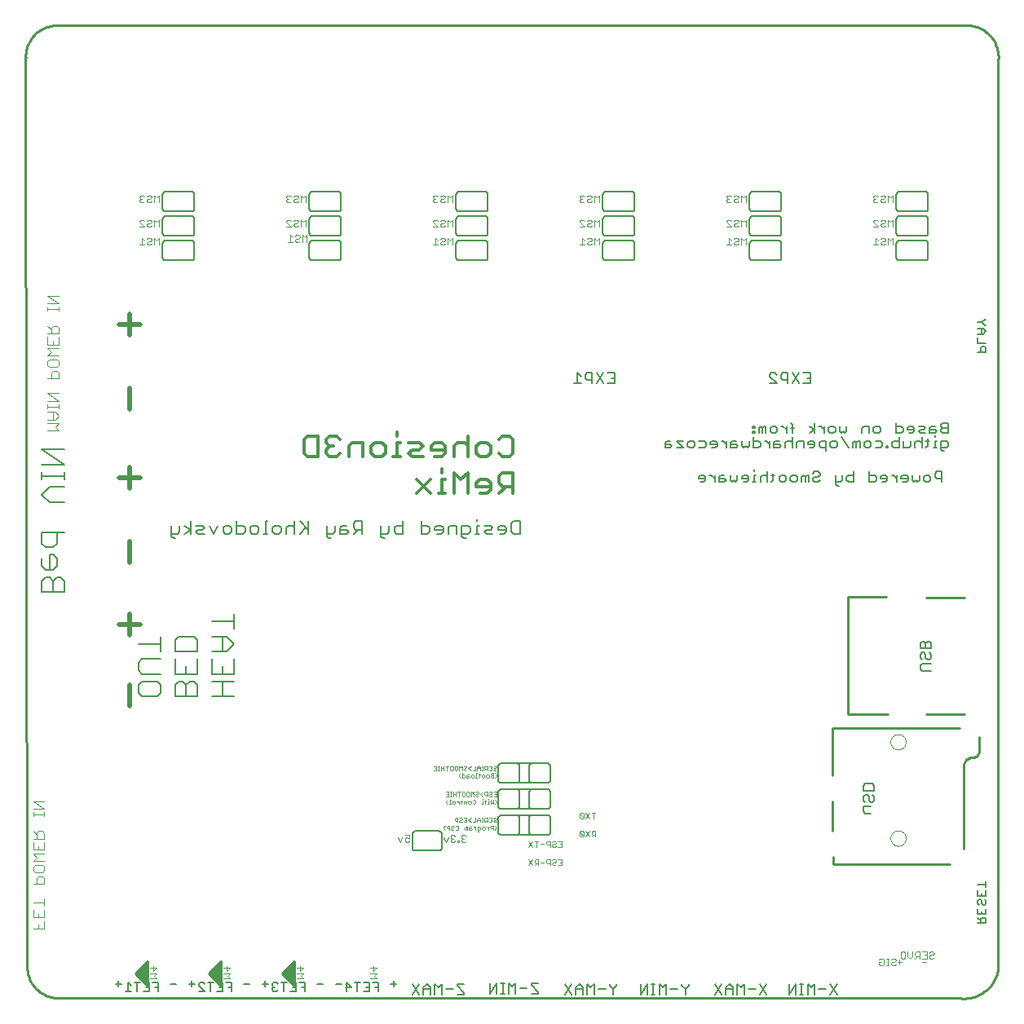
<source format=gbo>
G75*
G70*
%OFA0B0*%
%FSLAX24Y24*%
%IPPOS*%
%LPD*%
%AMOC8*
5,1,8,0,0,1.08239X$1,22.5*
%
%ADD10C,0.0100*%
%ADD11C,0.0030*%
%ADD12C,0.0080*%
%ADD13C,0.0055*%
%ADD14C,0.0070*%
%ADD15C,0.0050*%
%ADD16C,0.0140*%
%ADD17C,0.0040*%
%ADD18C,0.0200*%
%ADD19C,0.0060*%
%ADD20C,0.0000*%
D10*
X002393Y001821D02*
X002330Y038999D01*
X002331Y038998D02*
X002328Y039067D01*
X002329Y039135D01*
X002334Y039203D01*
X002343Y039271D01*
X002355Y039339D01*
X002371Y039405D01*
X002390Y039471D01*
X002413Y039535D01*
X002440Y039599D01*
X002470Y039660D01*
X002503Y039720D01*
X002539Y039778D01*
X002578Y039834D01*
X002621Y039888D01*
X002666Y039939D01*
X002714Y039988D01*
X002764Y040034D01*
X002817Y040078D01*
X002873Y040118D01*
X002930Y040156D01*
X002989Y040190D01*
X003050Y040221D01*
X003113Y040249D01*
X003177Y040273D01*
X003242Y040294D01*
X003308Y040311D01*
X003375Y040324D01*
X003443Y040334D01*
X003511Y040340D01*
X003511Y040341D02*
X040913Y040341D01*
X040983Y040333D01*
X041052Y040321D01*
X041121Y040306D01*
X041188Y040287D01*
X041255Y040264D01*
X041320Y040238D01*
X041384Y040208D01*
X041446Y040175D01*
X041506Y040138D01*
X041564Y040098D01*
X041619Y040056D01*
X041673Y040010D01*
X041724Y039961D01*
X041772Y039910D01*
X041817Y039856D01*
X041859Y039800D01*
X041898Y039741D01*
X041934Y039681D01*
X041967Y039619D01*
X041996Y039555D01*
X042022Y039489D01*
X042044Y039423D01*
X042062Y039355D01*
X042077Y039286D01*
X042088Y039217D01*
X042095Y039147D01*
X042099Y039077D01*
X042098Y039006D01*
X042094Y038936D01*
X042094Y001759D01*
X042095Y001759D02*
X042081Y001685D01*
X042063Y001613D01*
X042042Y001541D01*
X042016Y001471D01*
X041988Y001402D01*
X041955Y001334D01*
X041919Y001269D01*
X041880Y001205D01*
X041837Y001144D01*
X041792Y001085D01*
X041743Y001028D01*
X041691Y000974D01*
X041637Y000923D01*
X041580Y000874D01*
X041520Y000829D01*
X041459Y000787D01*
X041395Y000748D01*
X041329Y000712D01*
X041261Y000680D01*
X041192Y000652D01*
X041122Y000627D01*
X041050Y000606D01*
X040977Y000589D01*
X040904Y000576D01*
X040829Y000566D01*
X040755Y000561D01*
X040680Y000559D01*
X040605Y000561D01*
X040531Y000567D01*
X040457Y000577D01*
X040456Y000578D02*
X003699Y000578D01*
X003698Y000577D02*
X003629Y000578D01*
X003560Y000581D01*
X003492Y000589D01*
X003424Y000600D01*
X003356Y000615D01*
X003290Y000634D01*
X003224Y000656D01*
X003160Y000682D01*
X003098Y000711D01*
X003037Y000744D01*
X002978Y000779D01*
X002921Y000818D01*
X002866Y000860D01*
X002813Y000905D01*
X002763Y000953D01*
X002716Y001003D01*
X002671Y001056D01*
X002630Y001111D01*
X002591Y001168D01*
X002555Y001227D01*
X002523Y001288D01*
X002494Y001351D01*
X002469Y001415D01*
X002447Y001481D01*
X002429Y001547D01*
X002414Y001615D01*
X002403Y001683D01*
X002396Y001752D01*
X002392Y001821D01*
X006830Y001578D02*
X007330Y001078D01*
X007330Y002078D01*
X006830Y001578D01*
X006845Y001563D02*
X007330Y001563D01*
X007330Y001661D02*
X006914Y001661D01*
X007012Y001760D02*
X007330Y001760D01*
X007330Y001858D02*
X007111Y001858D01*
X007209Y001957D02*
X007330Y001957D01*
X007330Y002055D02*
X007308Y002055D01*
X007330Y001464D02*
X006943Y001464D01*
X007042Y001366D02*
X007330Y001366D01*
X007330Y001267D02*
X007140Y001267D01*
X007239Y001169D02*
X007330Y001169D01*
X009830Y001578D02*
X010330Y001078D01*
X010330Y002078D01*
X009830Y001578D01*
X009845Y001563D02*
X010330Y001563D01*
X010330Y001661D02*
X009914Y001661D01*
X010012Y001760D02*
X010330Y001760D01*
X010330Y001858D02*
X010111Y001858D01*
X010209Y001957D02*
X010330Y001957D01*
X010330Y002055D02*
X010308Y002055D01*
X010330Y001464D02*
X009943Y001464D01*
X010042Y001366D02*
X010330Y001366D01*
X010330Y001267D02*
X010140Y001267D01*
X010239Y001169D02*
X010330Y001169D01*
X012830Y001578D02*
X013330Y001078D01*
X013330Y002078D01*
X012830Y001578D01*
X012845Y001563D02*
X013330Y001563D01*
X013330Y001661D02*
X012914Y001661D01*
X013012Y001760D02*
X013330Y001760D01*
X013330Y001858D02*
X013111Y001858D01*
X013209Y001957D02*
X013330Y001957D01*
X013330Y002055D02*
X013308Y002055D01*
X013330Y001464D02*
X012943Y001464D01*
X013042Y001366D02*
X013330Y001366D01*
X013330Y001267D02*
X013140Y001267D01*
X013239Y001169D02*
X013330Y001169D01*
X035361Y006046D02*
X040125Y006046D01*
X040676Y006675D02*
X040676Y010061D01*
X040681Y010099D01*
X040690Y010137D01*
X040703Y010174D01*
X040719Y010209D01*
X040739Y010243D01*
X040762Y010274D01*
X040788Y010303D01*
X040817Y010329D01*
X040849Y010352D01*
X040882Y010371D01*
X040918Y010388D01*
X040954Y010400D01*
X040992Y010409D01*
X041031Y010414D01*
X041070Y010415D01*
X041070Y010416D02*
X041098Y010418D01*
X041126Y010423D01*
X041154Y010431D01*
X041180Y010443D01*
X041204Y010458D01*
X041226Y010475D01*
X041247Y010496D01*
X041264Y010518D01*
X041279Y010542D01*
X041291Y010568D01*
X041299Y010596D01*
X041304Y010624D01*
X041306Y010652D01*
X041306Y011242D01*
X040519Y011597D02*
X035322Y011597D01*
X035322Y009668D01*
X035322Y008605D02*
X035322Y007423D01*
X035361Y006360D02*
X035361Y006046D01*
X035952Y012187D02*
X037566Y012187D01*
X035952Y012187D02*
X035952Y016990D01*
X037527Y016990D01*
X039141Y016951D02*
X040716Y016951D01*
X040716Y012187D02*
X039141Y012187D01*
D11*
X039177Y002476D02*
X038983Y002476D01*
X038882Y002476D02*
X038737Y002476D01*
X038688Y002428D01*
X038688Y002331D01*
X038737Y002283D01*
X038882Y002283D01*
X038882Y002186D02*
X038882Y002476D01*
X038785Y002283D02*
X038688Y002186D01*
X038587Y002283D02*
X038587Y002476D01*
X038587Y002283D02*
X038491Y002186D01*
X038394Y002283D01*
X038394Y002476D01*
X038293Y002428D02*
X038244Y002476D01*
X038148Y002476D01*
X038099Y002428D01*
X038099Y002235D01*
X038148Y002186D01*
X038244Y002186D01*
X038293Y002235D01*
X038293Y002428D01*
X038062Y002147D02*
X038062Y001953D01*
X038159Y002050D02*
X037965Y002050D01*
X037909Y002098D02*
X037860Y002050D01*
X037764Y002050D01*
X037715Y002002D01*
X037715Y001953D01*
X037764Y001905D01*
X037860Y001905D01*
X037909Y001953D01*
X037909Y002098D02*
X037909Y002147D01*
X037860Y002195D01*
X037764Y002195D01*
X037715Y002147D01*
X037614Y002195D02*
X037517Y002195D01*
X037566Y002195D02*
X037566Y001905D01*
X037614Y001905D02*
X037517Y001905D01*
X037418Y001953D02*
X037369Y001905D01*
X037273Y001905D01*
X037224Y001953D01*
X037224Y002050D01*
X037321Y002050D01*
X037418Y002147D02*
X037418Y001953D01*
X037418Y002147D02*
X037369Y002195D01*
X037273Y002195D01*
X037224Y002147D01*
X038965Y002050D02*
X039159Y002050D01*
X039177Y002186D02*
X038983Y002186D01*
X039080Y002331D02*
X039177Y002331D01*
X039278Y002283D02*
X039278Y002235D01*
X039326Y002186D01*
X039423Y002186D01*
X039471Y002235D01*
X039423Y002331D02*
X039326Y002331D01*
X039278Y002283D01*
X039177Y002186D02*
X039177Y002476D01*
X039278Y002428D02*
X039326Y002476D01*
X039423Y002476D01*
X039471Y002428D01*
X039471Y002380D01*
X039423Y002331D01*
X025618Y007167D02*
X025618Y007397D01*
X025503Y007397D01*
X025465Y007358D01*
X025465Y007282D01*
X025503Y007243D01*
X025618Y007243D01*
X025542Y007243D02*
X025465Y007167D01*
X025379Y007167D02*
X025226Y007397D01*
X025140Y007358D02*
X025101Y007397D01*
X025024Y007397D01*
X024986Y007358D01*
X025140Y007205D01*
X025101Y007167D01*
X025024Y007167D01*
X024986Y007205D01*
X024986Y007358D01*
X025140Y007358D02*
X025140Y007205D01*
X025226Y007167D02*
X025379Y007397D01*
X025379Y007917D02*
X025226Y008147D01*
X025140Y008108D02*
X025101Y008147D01*
X025024Y008147D01*
X024986Y008108D01*
X025140Y007955D01*
X025101Y007917D01*
X025024Y007917D01*
X024986Y007955D01*
X024986Y008108D01*
X025140Y008108D02*
X025140Y007955D01*
X025226Y007917D02*
X025379Y008147D01*
X025465Y008147D02*
X025618Y008147D01*
X025542Y008147D02*
X025542Y007917D01*
X024243Y006991D02*
X024243Y006760D01*
X024090Y006760D01*
X024004Y006799D02*
X023966Y006760D01*
X023889Y006760D01*
X023851Y006799D01*
X023851Y006837D01*
X023889Y006875D01*
X023966Y006875D01*
X024004Y006914D01*
X024004Y006952D01*
X023966Y006991D01*
X023889Y006991D01*
X023851Y006952D01*
X023765Y006991D02*
X023649Y006991D01*
X023611Y006952D01*
X023611Y006875D01*
X023649Y006837D01*
X023765Y006837D01*
X023765Y006760D02*
X023765Y006991D01*
X023525Y006875D02*
X023372Y006875D01*
X023286Y006991D02*
X023132Y006991D01*
X023209Y006991D02*
X023209Y006760D01*
X023046Y006760D02*
X022893Y006991D01*
X023046Y006991D02*
X022893Y006760D01*
X022893Y006241D02*
X023046Y006010D01*
X023132Y006010D02*
X023209Y006087D01*
X023171Y006087D02*
X023286Y006087D01*
X023286Y006010D02*
X023286Y006241D01*
X023171Y006241D01*
X023132Y006202D01*
X023132Y006125D01*
X023171Y006087D01*
X023046Y006241D02*
X022893Y006010D01*
X023372Y006125D02*
X023525Y006125D01*
X023611Y006125D02*
X023649Y006087D01*
X023765Y006087D01*
X023765Y006010D02*
X023765Y006241D01*
X023649Y006241D01*
X023611Y006202D01*
X023611Y006125D01*
X023851Y006087D02*
X023889Y006125D01*
X023966Y006125D01*
X024004Y006164D01*
X024004Y006202D01*
X023966Y006241D01*
X023889Y006241D01*
X023851Y006202D01*
X023851Y006087D02*
X023851Y006049D01*
X023889Y006010D01*
X023966Y006010D01*
X024004Y006049D01*
X024090Y006010D02*
X024243Y006010D01*
X024243Y006241D01*
X024090Y006241D01*
X024167Y006125D02*
X024243Y006125D01*
X024243Y006875D02*
X024167Y006875D01*
X024243Y006991D02*
X024090Y006991D01*
X021559Y007505D02*
X021559Y007562D01*
X021502Y007618D01*
X021436Y007618D02*
X021351Y007618D01*
X021323Y007590D01*
X021323Y007533D01*
X021351Y007505D01*
X021436Y007505D01*
X021436Y007448D02*
X021436Y007618D01*
X021395Y007763D02*
X021281Y007763D01*
X021210Y007763D02*
X021210Y007933D01*
X021125Y007933D01*
X021097Y007905D01*
X021097Y007848D01*
X021125Y007820D01*
X021210Y007820D01*
X021154Y007820D02*
X021097Y007763D01*
X021026Y007763D02*
X020970Y007763D01*
X020998Y007763D02*
X020998Y007933D01*
X021026Y007933D02*
X020970Y007933D01*
X020904Y007877D02*
X020847Y007933D01*
X020790Y007877D01*
X020790Y007763D01*
X020719Y007763D02*
X020606Y007763D01*
X020535Y007763D02*
X020422Y007848D01*
X020535Y007933D01*
X020351Y007933D02*
X020351Y007763D01*
X020238Y007763D01*
X020167Y007792D02*
X020139Y007763D01*
X020082Y007763D01*
X020053Y007792D01*
X020053Y007820D01*
X020082Y007848D01*
X020139Y007848D01*
X020167Y007877D01*
X020167Y007905D01*
X020139Y007933D01*
X020082Y007933D01*
X020053Y007905D01*
X019983Y007933D02*
X019898Y007933D01*
X019869Y007905D01*
X019869Y007848D01*
X019898Y007820D01*
X019983Y007820D01*
X019983Y007763D02*
X019983Y007933D01*
X020238Y007933D02*
X020351Y007933D01*
X020351Y007848D02*
X020294Y007848D01*
X020308Y007562D02*
X020279Y007533D01*
X020279Y007448D01*
X020336Y007448D02*
X020336Y007533D01*
X020308Y007562D01*
X020336Y007533D02*
X020364Y007562D01*
X020393Y007562D01*
X020393Y007448D01*
X020463Y007448D02*
X020549Y007448D01*
X020577Y007477D01*
X020549Y007505D01*
X020463Y007505D01*
X020463Y007533D02*
X020463Y007448D01*
X020463Y007533D02*
X020492Y007562D01*
X020549Y007562D01*
X020645Y007562D02*
X020674Y007562D01*
X020730Y007505D01*
X020730Y007448D02*
X020730Y007562D01*
X020801Y007562D02*
X020886Y007562D01*
X020915Y007533D01*
X020915Y007477D01*
X020886Y007448D01*
X020801Y007448D01*
X020801Y007420D02*
X020801Y007562D01*
X020801Y007420D02*
X020829Y007392D01*
X020858Y007392D01*
X020985Y007477D02*
X020985Y007533D01*
X021014Y007562D01*
X021070Y007562D01*
X021099Y007533D01*
X021099Y007477D01*
X021070Y007448D01*
X021014Y007448D01*
X020985Y007477D01*
X021167Y007562D02*
X021195Y007562D01*
X021252Y007505D01*
X021252Y007448D02*
X021252Y007562D01*
X021395Y007763D02*
X021395Y007933D01*
X021281Y007933D01*
X021338Y007848D02*
X021395Y007848D01*
X021465Y007820D02*
X021465Y007792D01*
X021494Y007763D01*
X021550Y007763D01*
X021579Y007792D01*
X021550Y007848D02*
X021494Y007848D01*
X021465Y007820D01*
X021465Y007905D02*
X021494Y007933D01*
X021550Y007933D01*
X021579Y007905D01*
X021579Y007877D01*
X021550Y007848D01*
X021559Y007505D02*
X021502Y007448D01*
X020904Y007763D02*
X020904Y007877D01*
X020904Y007848D02*
X020790Y007848D01*
X020719Y007933D02*
X020719Y007763D01*
X020024Y007618D02*
X020024Y007448D01*
X019911Y007448D01*
X019840Y007477D02*
X019812Y007448D01*
X019755Y007448D01*
X019727Y007477D01*
X019727Y007505D01*
X019755Y007533D01*
X019812Y007533D01*
X019840Y007562D01*
X019840Y007590D01*
X019812Y007618D01*
X019755Y007618D01*
X019727Y007590D01*
X019656Y007618D02*
X019571Y007618D01*
X019543Y007590D01*
X019543Y007533D01*
X019571Y007505D01*
X019656Y007505D01*
X019656Y007448D02*
X019656Y007618D01*
X019472Y007618D02*
X019415Y007562D01*
X019415Y007505D01*
X019472Y007448D01*
X019911Y007618D02*
X020024Y007618D01*
X020024Y007533D02*
X019968Y007533D01*
X020044Y008511D02*
X020044Y008625D01*
X019987Y008625D02*
X019959Y008625D01*
X019987Y008625D02*
X020044Y008568D01*
X020110Y008511D02*
X020139Y008540D01*
X020139Y008653D01*
X020167Y008625D02*
X020110Y008625D01*
X020238Y008596D02*
X020238Y008511D01*
X020238Y008596D02*
X020266Y008625D01*
X020351Y008625D01*
X020351Y008511D01*
X020422Y008540D02*
X020422Y008596D01*
X020450Y008625D01*
X020507Y008625D01*
X020535Y008596D01*
X020535Y008540D01*
X020507Y008511D01*
X020450Y008511D01*
X020422Y008540D01*
X020606Y008540D02*
X020634Y008511D01*
X020691Y008511D01*
X020719Y008540D01*
X020719Y008653D01*
X020691Y008681D01*
X020634Y008681D01*
X020606Y008653D01*
X020658Y008826D02*
X020658Y008996D01*
X020601Y008940D01*
X020545Y008996D01*
X020545Y008826D01*
X020474Y008855D02*
X020445Y008826D01*
X020389Y008826D01*
X020360Y008855D01*
X020360Y008968D01*
X020389Y008996D01*
X020445Y008996D01*
X020474Y008968D01*
X020474Y008855D01*
X020290Y008855D02*
X020290Y008968D01*
X020261Y008996D01*
X020205Y008996D01*
X020176Y008968D01*
X020176Y008855D01*
X020205Y008826D01*
X020261Y008826D01*
X020290Y008855D01*
X020106Y008996D02*
X019992Y008996D01*
X020049Y008996D02*
X020049Y008826D01*
X019921Y008826D02*
X019921Y008996D01*
X019921Y008911D02*
X019808Y008911D01*
X019808Y008996D02*
X019808Y008826D01*
X019737Y008826D02*
X019680Y008826D01*
X019709Y008826D02*
X019709Y008996D01*
X019737Y008996D02*
X019680Y008996D01*
X019614Y008996D02*
X019614Y008826D01*
X019501Y008826D01*
X019558Y008911D02*
X019614Y008911D01*
X019614Y008996D02*
X019501Y008996D01*
X019584Y008681D02*
X019527Y008625D01*
X019527Y008568D01*
X019584Y008511D01*
X019650Y008511D02*
X019707Y008511D01*
X019678Y008511D02*
X019678Y008681D01*
X019707Y008681D01*
X019777Y008596D02*
X019806Y008625D01*
X019862Y008625D01*
X019891Y008596D01*
X019891Y008540D01*
X019862Y008511D01*
X019806Y008511D01*
X019777Y008540D01*
X019777Y008596D01*
X020729Y008855D02*
X020757Y008826D01*
X020814Y008826D01*
X020842Y008855D01*
X020814Y008911D02*
X020757Y008911D01*
X020729Y008883D01*
X020729Y008855D01*
X020814Y008911D02*
X020842Y008940D01*
X020842Y008968D01*
X020814Y008996D01*
X020757Y008996D01*
X020729Y008968D01*
X020913Y008911D02*
X021026Y008826D01*
X021097Y008911D02*
X021125Y008883D01*
X021210Y008883D01*
X021210Y008826D02*
X021210Y008996D01*
X021125Y008996D01*
X021097Y008968D01*
X021097Y008911D01*
X021026Y008996D02*
X020913Y008911D01*
X020998Y008710D02*
X020998Y008681D01*
X020998Y008625D02*
X020998Y008511D01*
X021026Y008511D02*
X020970Y008511D01*
X020998Y008625D02*
X021026Y008625D01*
X021092Y008596D02*
X021149Y008596D01*
X021121Y008653D02*
X021092Y008681D01*
X021121Y008653D02*
X021121Y008511D01*
X021215Y008511D02*
X021272Y008511D01*
X021243Y008511D02*
X021243Y008625D01*
X021272Y008625D01*
X021243Y008681D02*
X021243Y008710D01*
X021343Y008681D02*
X021343Y008511D01*
X021399Y008568D01*
X021456Y008511D01*
X021456Y008681D01*
X021522Y008681D02*
X021579Y008625D01*
X021579Y008568D01*
X021522Y008511D01*
X021579Y008826D02*
X021465Y008826D01*
X021395Y008855D02*
X021366Y008826D01*
X021310Y008826D01*
X021281Y008855D01*
X021281Y008883D01*
X021310Y008911D01*
X021366Y008911D01*
X021395Y008940D01*
X021395Y008968D01*
X021366Y008996D01*
X021310Y008996D01*
X021281Y008968D01*
X021465Y008996D02*
X021579Y008996D01*
X021579Y008826D01*
X021579Y008911D02*
X021522Y008911D01*
X021522Y009594D02*
X021579Y009651D01*
X021579Y009707D01*
X021522Y009764D01*
X021456Y009764D02*
X021371Y009764D01*
X021343Y009736D01*
X021343Y009707D01*
X021371Y009679D01*
X021456Y009679D01*
X021456Y009594D02*
X021371Y009594D01*
X021343Y009622D01*
X021343Y009651D01*
X021371Y009679D01*
X021272Y009679D02*
X021272Y009622D01*
X021243Y009594D01*
X021187Y009594D01*
X021158Y009622D01*
X021158Y009679D01*
X021187Y009707D01*
X021243Y009707D01*
X021272Y009679D01*
X021088Y009679D02*
X021088Y009622D01*
X021059Y009594D01*
X021003Y009594D01*
X020974Y009622D01*
X020974Y009679D01*
X021003Y009707D01*
X021059Y009707D01*
X021088Y009679D01*
X020904Y009707D02*
X020847Y009707D01*
X020875Y009736D02*
X020875Y009622D01*
X020847Y009594D01*
X020781Y009594D02*
X020724Y009594D01*
X020752Y009594D02*
X020752Y009764D01*
X020781Y009764D01*
X020790Y009889D02*
X020790Y010003D01*
X020847Y010059D01*
X020904Y010003D01*
X020904Y009889D01*
X020970Y009889D02*
X021026Y009889D01*
X020998Y009889D02*
X020998Y010059D01*
X021026Y010059D02*
X020970Y010059D01*
X020904Y009974D02*
X020790Y009974D01*
X020719Y009889D02*
X020606Y009889D01*
X020535Y009889D02*
X020422Y009974D01*
X020535Y010059D01*
X020719Y010059D02*
X020719Y009889D01*
X020630Y009707D02*
X020658Y009679D01*
X020658Y009622D01*
X020630Y009594D01*
X020573Y009594D01*
X020545Y009622D01*
X020545Y009679D01*
X020573Y009707D01*
X020630Y009707D01*
X020474Y009622D02*
X020445Y009651D01*
X020360Y009651D01*
X020360Y009679D02*
X020360Y009594D01*
X020445Y009594D01*
X020474Y009622D01*
X020445Y009707D02*
X020389Y009707D01*
X020360Y009679D01*
X020290Y009679D02*
X020261Y009707D01*
X020176Y009707D01*
X020176Y009764D02*
X020176Y009594D01*
X020261Y009594D01*
X020290Y009622D01*
X020290Y009679D01*
X020106Y009594D02*
X020049Y009651D01*
X020049Y009707D01*
X020106Y009764D01*
X020053Y009889D02*
X020053Y010059D01*
X020110Y010003D01*
X020167Y010059D01*
X020167Y009889D01*
X020238Y009918D02*
X020266Y009889D01*
X020323Y009889D01*
X020351Y009918D01*
X020323Y009974D02*
X020266Y009974D01*
X020238Y009946D01*
X020238Y009918D01*
X020323Y009974D02*
X020351Y010003D01*
X020351Y010031D01*
X020323Y010059D01*
X020266Y010059D01*
X020238Y010031D01*
X019983Y010031D02*
X019983Y009918D01*
X019954Y009889D01*
X019898Y009889D01*
X019869Y009918D01*
X019869Y010031D01*
X019898Y010059D01*
X019954Y010059D01*
X019983Y010031D01*
X019799Y010031D02*
X019799Y009918D01*
X019770Y009889D01*
X019714Y009889D01*
X019685Y009918D01*
X019685Y010031D01*
X019714Y010059D01*
X019770Y010059D01*
X019799Y010031D01*
X019614Y010059D02*
X019501Y010059D01*
X019558Y010059D02*
X019558Y009889D01*
X019430Y009889D02*
X019430Y010059D01*
X019430Y009974D02*
X019317Y009974D01*
X019317Y010059D02*
X019317Y009889D01*
X019246Y009889D02*
X019189Y009889D01*
X019218Y009889D02*
X019218Y010059D01*
X019246Y010059D02*
X019189Y010059D01*
X019123Y010059D02*
X019123Y009889D01*
X019010Y009889D01*
X019067Y009974D02*
X019123Y009974D01*
X019123Y010059D02*
X019010Y010059D01*
X021097Y010031D02*
X021097Y009974D01*
X021125Y009946D01*
X021210Y009946D01*
X021154Y009946D02*
X021097Y009889D01*
X021210Y009889D02*
X021210Y010059D01*
X021125Y010059D01*
X021097Y010031D01*
X021281Y010059D02*
X021395Y010059D01*
X021395Y009889D01*
X021281Y009889D01*
X021338Y009974D02*
X021395Y009974D01*
X021465Y009946D02*
X021465Y009918D01*
X021494Y009889D01*
X021550Y009889D01*
X021579Y009918D01*
X021550Y009974D02*
X021494Y009974D01*
X021465Y009946D01*
X021465Y010031D02*
X021494Y010059D01*
X021550Y010059D01*
X021579Y010031D01*
X021579Y010003D01*
X021550Y009974D01*
X021456Y009764D02*
X021456Y009594D01*
X016690Y001818D02*
X016400Y001818D01*
X016545Y001866D02*
X016545Y001673D01*
X016690Y001818D01*
X016690Y001572D02*
X016400Y001572D01*
X016400Y001378D02*
X016690Y001378D01*
X016593Y001475D01*
X016690Y001572D01*
X013690Y001572D02*
X013400Y001572D01*
X013545Y001673D02*
X013545Y001866D01*
X013400Y001818D02*
X013690Y001818D01*
X013545Y001673D01*
X013690Y001572D02*
X013593Y001475D01*
X013690Y001378D01*
X013400Y001378D01*
X010690Y001378D02*
X010593Y001475D01*
X010690Y001572D01*
X010400Y001572D01*
X010545Y001673D02*
X010545Y001866D01*
X010400Y001818D02*
X010690Y001818D01*
X010545Y001673D01*
X010400Y001378D02*
X010690Y001378D01*
X007690Y001378D02*
X007593Y001475D01*
X007690Y001572D01*
X007400Y001572D01*
X007545Y001673D02*
X007545Y001866D01*
X007400Y001818D02*
X007690Y001818D01*
X007545Y001673D01*
X007400Y001378D02*
X007690Y001378D01*
D12*
X007700Y012903D02*
X007086Y012903D01*
X006933Y013057D01*
X006933Y013363D01*
X007086Y013517D01*
X007700Y013517D01*
X007853Y013363D01*
X007853Y013057D01*
X007700Y012903D01*
X008433Y012903D02*
X008433Y013363D01*
X008586Y013517D01*
X008739Y013517D01*
X008893Y013363D01*
X008893Y012903D01*
X009353Y012903D02*
X009353Y013363D01*
X009200Y013517D01*
X009046Y013517D01*
X008893Y013363D01*
X008893Y013824D02*
X008893Y014131D01*
X009353Y014438D02*
X009353Y013824D01*
X008433Y013824D01*
X008433Y014438D01*
X008433Y014745D02*
X008433Y015205D01*
X008586Y015359D01*
X009200Y015359D01*
X009353Y015205D01*
X009353Y014745D01*
X008433Y014745D01*
X007853Y014745D02*
X007853Y015359D01*
X007853Y015052D02*
X006933Y015052D01*
X007086Y014438D02*
X007853Y014438D01*
X007853Y013824D02*
X007086Y013824D01*
X006933Y013977D01*
X006933Y014284D01*
X007086Y014438D01*
X008433Y012903D02*
X009353Y012903D01*
X009933Y012903D02*
X010853Y012903D01*
X010393Y012903D02*
X010393Y013517D01*
X010393Y013824D02*
X010393Y014131D01*
X010853Y014438D02*
X010853Y013824D01*
X009933Y013824D01*
X009933Y014438D01*
X009933Y014745D02*
X010546Y014745D01*
X010853Y015052D01*
X010546Y015359D01*
X009933Y015359D01*
X010393Y015359D02*
X010393Y014745D01*
X010853Y015665D02*
X010853Y016279D01*
X010853Y015972D02*
X009933Y015972D01*
X009933Y013517D02*
X010853Y013517D01*
X010954Y019543D02*
X011214Y019543D01*
X011301Y019630D01*
X011301Y019803D01*
X011214Y019890D01*
X010954Y019890D01*
X010954Y020064D02*
X010954Y019543D01*
X010748Y019630D02*
X010661Y019543D01*
X010488Y019543D01*
X010401Y019630D01*
X010401Y019803D01*
X010488Y019890D01*
X010661Y019890D01*
X010748Y019803D01*
X010748Y019630D01*
X011506Y019630D02*
X011506Y019803D01*
X011593Y019890D01*
X011766Y019890D01*
X011853Y019803D01*
X011853Y019630D01*
X011766Y019543D01*
X011593Y019543D01*
X011506Y019630D01*
X012048Y019543D02*
X012221Y019543D01*
X012135Y019543D02*
X012135Y020064D01*
X012221Y020064D01*
X012427Y019803D02*
X012514Y019890D01*
X012687Y019890D01*
X012774Y019803D01*
X012774Y019630D01*
X012687Y019543D01*
X012514Y019543D01*
X012427Y019630D01*
X012427Y019803D01*
X012979Y019803D02*
X012979Y019543D01*
X012979Y019803D02*
X013066Y019890D01*
X013239Y019890D01*
X013326Y019803D01*
X013326Y019543D02*
X013326Y020064D01*
X013532Y020064D02*
X013879Y019717D01*
X013792Y019803D02*
X013532Y019543D01*
X013879Y019543D02*
X013879Y020064D01*
X014637Y019890D02*
X014637Y019456D01*
X014723Y019370D01*
X014810Y019370D01*
X014897Y019543D02*
X014637Y019543D01*
X014897Y019543D02*
X014984Y019630D01*
X014984Y019890D01*
X015189Y019803D02*
X015189Y019543D01*
X015449Y019543D01*
X015536Y019630D01*
X015449Y019717D01*
X015189Y019717D01*
X015189Y019803D02*
X015276Y019890D01*
X015449Y019890D01*
X015742Y019977D02*
X015742Y019803D01*
X015828Y019717D01*
X016089Y019717D01*
X016089Y019543D02*
X016089Y020064D01*
X015828Y020064D01*
X015742Y019977D01*
X015915Y019717D02*
X015742Y019543D01*
X016847Y019543D02*
X017107Y019543D01*
X017194Y019630D01*
X017194Y019890D01*
X017399Y019803D02*
X017486Y019890D01*
X017746Y019890D01*
X017746Y020064D02*
X017746Y019543D01*
X017486Y019543D01*
X017399Y019630D01*
X017399Y019803D01*
X017020Y019370D02*
X016933Y019370D01*
X016847Y019456D01*
X016847Y019890D01*
X018504Y019890D02*
X018764Y019890D01*
X018851Y019803D01*
X018851Y019630D01*
X018764Y019543D01*
X018504Y019543D01*
X018504Y020064D01*
X019056Y019803D02*
X019056Y019717D01*
X019403Y019717D01*
X019403Y019803D02*
X019317Y019890D01*
X019143Y019890D01*
X019056Y019803D01*
X019143Y019543D02*
X019317Y019543D01*
X019403Y019630D01*
X019403Y019803D01*
X019609Y019803D02*
X019609Y019543D01*
X019609Y019803D02*
X019696Y019890D01*
X019956Y019890D01*
X019956Y019543D01*
X020161Y019543D02*
X020422Y019543D01*
X020508Y019630D01*
X020508Y019803D01*
X020422Y019890D01*
X020161Y019890D01*
X020161Y019456D01*
X020248Y019370D01*
X020335Y019370D01*
X020703Y019543D02*
X020877Y019543D01*
X020790Y019543D02*
X020790Y019890D01*
X020877Y019890D01*
X020790Y020064D02*
X020790Y020150D01*
X021082Y019890D02*
X021342Y019890D01*
X021429Y019803D01*
X021342Y019717D01*
X021169Y019717D01*
X021082Y019630D01*
X021169Y019543D01*
X021429Y019543D01*
X021635Y019717D02*
X021982Y019717D01*
X021982Y019803D02*
X021895Y019890D01*
X021721Y019890D01*
X021635Y019803D01*
X021635Y019717D01*
X021721Y019543D02*
X021895Y019543D01*
X021982Y019630D01*
X021982Y019803D01*
X022187Y019630D02*
X022187Y019977D01*
X022274Y020064D01*
X022534Y020064D01*
X022534Y019543D01*
X022274Y019543D01*
X022187Y019630D01*
X022125Y010170D02*
X023346Y010170D01*
X023346Y009382D02*
X022007Y009382D01*
X022165Y009107D02*
X023188Y009107D01*
X023306Y008319D02*
X022283Y008319D01*
X010022Y019543D02*
X009849Y019890D01*
X009643Y019803D02*
X009556Y019890D01*
X009296Y019890D01*
X009383Y019717D02*
X009296Y019630D01*
X009383Y019543D01*
X009643Y019543D01*
X009556Y019717D02*
X009643Y019803D01*
X009556Y019717D02*
X009383Y019717D01*
X009091Y019717D02*
X008830Y019890D01*
X008630Y019890D02*
X008630Y019630D01*
X008543Y019543D01*
X008283Y019543D01*
X008283Y019456D02*
X008370Y019370D01*
X008457Y019370D01*
X008283Y019456D02*
X008283Y019890D01*
X008830Y019543D02*
X009091Y019717D01*
X009091Y019543D02*
X009091Y020064D01*
X010022Y019543D02*
X010196Y019890D01*
X003916Y019622D02*
X002995Y019622D01*
X002995Y019161D01*
X003148Y019008D01*
X003455Y019008D01*
X003609Y019161D01*
X003609Y019622D01*
X003455Y018701D02*
X003302Y018701D01*
X003302Y018087D01*
X003455Y018087D02*
X003609Y018241D01*
X003609Y018548D01*
X003455Y018701D01*
X002995Y018548D02*
X002995Y018241D01*
X003148Y018087D01*
X003455Y018087D01*
X003302Y017780D02*
X003148Y017780D01*
X002995Y017627D01*
X002995Y017166D01*
X003916Y017166D01*
X003916Y017627D01*
X003762Y017780D01*
X003609Y017780D01*
X003455Y017627D01*
X003455Y017166D01*
X003455Y017627D02*
X003302Y017780D01*
X003302Y020850D02*
X002995Y021156D01*
X003302Y021463D01*
X003916Y021463D01*
X003916Y021770D02*
X003916Y022077D01*
X003916Y021924D02*
X002995Y021924D01*
X002995Y022077D02*
X002995Y021770D01*
X002995Y022384D02*
X003916Y022384D01*
X002995Y022998D01*
X003916Y022998D01*
X003916Y020850D02*
X003302Y020850D01*
D13*
X022165Y008044D02*
X023188Y008044D01*
X023385Y007256D02*
X022086Y007256D01*
D14*
X022077Y001183D02*
X022077Y000753D01*
X021903Y000753D02*
X021760Y000753D01*
X021832Y000753D02*
X021832Y001183D01*
X021903Y001183D02*
X021760Y001183D01*
X021596Y001183D02*
X021310Y000753D01*
X021310Y001183D01*
X021596Y001183D02*
X021596Y000753D01*
X022077Y001183D02*
X022220Y001040D01*
X022364Y001183D01*
X022364Y000753D01*
X022537Y000968D02*
X022824Y000968D01*
X022998Y001112D02*
X023285Y000825D01*
X023285Y000753D01*
X022998Y000753D01*
X022998Y001112D02*
X022998Y001183D01*
X023285Y001183D01*
X024365Y001152D02*
X024652Y000722D01*
X024826Y000722D02*
X024826Y001009D01*
X024969Y001152D01*
X025112Y001009D01*
X025112Y000722D01*
X025286Y000722D02*
X025286Y001152D01*
X025429Y001009D01*
X025573Y001152D01*
X025573Y000722D01*
X025746Y000937D02*
X026033Y000937D01*
X026207Y001080D02*
X026207Y001152D01*
X026207Y001080D02*
X026350Y000937D01*
X026350Y000722D01*
X026350Y000937D02*
X026494Y001080D01*
X026494Y001152D01*
X027468Y001152D02*
X027468Y000722D01*
X027755Y001152D01*
X027755Y000722D01*
X027918Y000722D02*
X028061Y000722D01*
X027990Y000722D02*
X027990Y001152D01*
X028061Y001152D02*
X027918Y001152D01*
X028235Y001152D02*
X028235Y000722D01*
X028522Y000722D02*
X028522Y001152D01*
X028378Y001009D01*
X028235Y001152D01*
X028695Y000937D02*
X028982Y000937D01*
X029156Y001080D02*
X029156Y001152D01*
X029156Y001080D02*
X029299Y000937D01*
X029299Y000722D01*
X029299Y000937D02*
X029443Y001080D01*
X029443Y001152D01*
X030501Y001152D02*
X030788Y000722D01*
X030961Y000722D02*
X030961Y001009D01*
X031105Y001152D01*
X031248Y001009D01*
X031248Y000722D01*
X031422Y000722D02*
X031422Y001152D01*
X031565Y001009D01*
X031708Y001152D01*
X031708Y000722D01*
X031882Y000937D02*
X032169Y000937D01*
X032342Y001152D02*
X032629Y000722D01*
X032342Y000722D02*
X032629Y001152D01*
X033534Y001152D02*
X033534Y000722D01*
X033821Y001152D01*
X033821Y000722D01*
X033985Y000722D02*
X034128Y000722D01*
X034057Y000722D02*
X034057Y001152D01*
X034128Y001152D02*
X033985Y001152D01*
X034302Y001152D02*
X034302Y000722D01*
X034589Y000722D02*
X034589Y001152D01*
X034445Y001009D01*
X034302Y001152D01*
X034762Y000937D02*
X035049Y000937D01*
X035223Y001152D02*
X035509Y000722D01*
X035223Y000722D02*
X035509Y001152D01*
X031248Y000937D02*
X030961Y000937D01*
X030788Y001152D02*
X030501Y000722D01*
X025112Y000937D02*
X024826Y000937D01*
X024652Y001152D02*
X024365Y000722D01*
X020264Y000722D02*
X019977Y000722D01*
X019804Y000937D02*
X019517Y000937D01*
X019344Y001152D02*
X019200Y001009D01*
X019057Y001152D01*
X019057Y000722D01*
X018883Y000722D02*
X018883Y001009D01*
X018740Y001152D01*
X018596Y001009D01*
X018596Y000722D01*
X018423Y000722D02*
X018136Y001152D01*
X018423Y001152D02*
X018136Y000722D01*
X018596Y000937D02*
X018883Y000937D01*
X019344Y000722D02*
X019344Y001152D01*
X019977Y001152D02*
X019977Y001080D01*
X020264Y000793D01*
X020264Y000722D01*
X020264Y001152D02*
X019977Y001152D01*
X036589Y008196D02*
X036661Y008125D01*
X036876Y008125D01*
X036876Y008411D02*
X036589Y008411D01*
X036589Y008196D01*
X036661Y008585D02*
X036589Y008657D01*
X036589Y008800D01*
X036661Y008872D01*
X036733Y008872D01*
X036805Y008800D01*
X036805Y008657D01*
X036876Y008585D01*
X036948Y008585D01*
X037020Y008657D01*
X037020Y008800D01*
X036948Y008872D01*
X037020Y009045D02*
X036589Y009045D01*
X036589Y009260D01*
X036661Y009332D01*
X036948Y009332D01*
X037020Y009260D01*
X037020Y009045D01*
X041263Y005223D02*
X041593Y005223D01*
X041593Y005113D02*
X041593Y005333D01*
X041593Y004965D02*
X041593Y004745D01*
X041263Y004745D01*
X041263Y004965D01*
X041428Y004855D02*
X041428Y004745D01*
X041373Y004596D02*
X041318Y004596D01*
X041263Y004541D01*
X041263Y004431D01*
X041318Y004376D01*
X041428Y004431D02*
X041428Y004541D01*
X041373Y004596D01*
X041538Y004596D02*
X041593Y004541D01*
X041593Y004431D01*
X041538Y004376D01*
X041483Y004376D01*
X041428Y004431D01*
X041593Y004228D02*
X041593Y004008D01*
X041263Y004008D01*
X041263Y004228D01*
X041428Y004118D02*
X041428Y004008D01*
X041428Y003860D02*
X041373Y003805D01*
X041373Y003640D01*
X041373Y003750D02*
X041263Y003860D01*
X041428Y003860D02*
X041538Y003860D01*
X041593Y003805D01*
X041593Y003640D01*
X041263Y003640D01*
X039343Y013951D02*
X038984Y013951D01*
X038912Y014023D01*
X038912Y014166D01*
X038984Y014238D01*
X039343Y014238D01*
X039271Y014412D02*
X039199Y014412D01*
X039127Y014483D01*
X039127Y014627D01*
X039056Y014699D01*
X038984Y014699D01*
X038912Y014627D01*
X038912Y014483D01*
X038984Y014412D01*
X039271Y014412D02*
X039343Y014483D01*
X039343Y014627D01*
X039271Y014699D01*
X039343Y014872D02*
X039343Y015087D01*
X039271Y015159D01*
X039199Y015159D01*
X039127Y015087D01*
X039127Y014872D01*
X038912Y014872D02*
X039343Y014872D01*
X039127Y015087D02*
X039056Y015159D01*
X038984Y015159D01*
X038912Y015087D01*
X038912Y014872D01*
X035579Y021523D02*
X035507Y021523D01*
X035435Y021594D01*
X035435Y021953D01*
X035435Y021666D02*
X035651Y021666D01*
X035722Y021738D01*
X035722Y021953D01*
X035896Y021881D02*
X035968Y021953D01*
X036183Y021953D01*
X036183Y022097D02*
X036183Y021666D01*
X035968Y021666D01*
X035896Y021738D01*
X035896Y021881D01*
X036817Y021953D02*
X037032Y021953D01*
X037103Y021881D01*
X037103Y021738D01*
X037032Y021666D01*
X036817Y021666D01*
X036817Y022097D01*
X037277Y021881D02*
X037277Y021810D01*
X037564Y021810D01*
X037564Y021881D02*
X037492Y021953D01*
X037349Y021953D01*
X037277Y021881D01*
X037349Y021666D02*
X037492Y021666D01*
X037564Y021738D01*
X037564Y021881D01*
X037732Y021953D02*
X037804Y021953D01*
X037948Y021810D01*
X037948Y021953D02*
X037948Y021666D01*
X038121Y021810D02*
X038408Y021810D01*
X038408Y021881D02*
X038336Y021953D01*
X038193Y021953D01*
X038121Y021881D01*
X038121Y021810D01*
X038193Y021666D02*
X038336Y021666D01*
X038408Y021738D01*
X038408Y021881D01*
X038581Y021953D02*
X038581Y021738D01*
X038653Y021666D01*
X038725Y021738D01*
X038797Y021666D01*
X038868Y021738D01*
X038868Y021953D01*
X039042Y021881D02*
X039114Y021953D01*
X039257Y021953D01*
X039329Y021881D01*
X039329Y021738D01*
X039257Y021666D01*
X039114Y021666D01*
X039042Y021738D01*
X039042Y021881D01*
X039502Y021881D02*
X039574Y021810D01*
X039789Y021810D01*
X039789Y021666D02*
X039789Y022097D01*
X039574Y022097D01*
X039502Y022025D01*
X039502Y021881D01*
X039824Y022929D02*
X039752Y023001D01*
X039752Y023359D01*
X039967Y023359D01*
X040039Y023288D01*
X040039Y023144D01*
X039967Y023072D01*
X039752Y023072D01*
X039824Y022929D02*
X039896Y022929D01*
X039579Y023072D02*
X039435Y023072D01*
X039507Y023072D02*
X039507Y023359D01*
X039579Y023359D01*
X039507Y023503D02*
X039507Y023574D01*
X039507Y023663D02*
X039292Y023663D01*
X039292Y023878D01*
X039364Y023950D01*
X039507Y023950D01*
X039507Y023807D02*
X039292Y023807D01*
X039118Y023878D02*
X039047Y023950D01*
X038831Y023950D01*
X038903Y023807D02*
X039047Y023807D01*
X039118Y023878D01*
X039118Y023663D02*
X038903Y023663D01*
X038831Y023735D01*
X038903Y023807D01*
X038658Y023807D02*
X038371Y023807D01*
X038371Y023878D01*
X038443Y023950D01*
X038586Y023950D01*
X038658Y023878D01*
X038658Y023735D01*
X038586Y023663D01*
X038443Y023663D01*
X038198Y023735D02*
X038198Y023878D01*
X038126Y023950D01*
X037911Y023950D01*
X037911Y024094D02*
X037911Y023663D01*
X038126Y023663D01*
X038198Y023735D01*
X038044Y023503D02*
X038044Y023072D01*
X037829Y023072D01*
X037757Y023144D01*
X037757Y023288D01*
X037829Y023359D01*
X038044Y023359D01*
X038218Y023359D02*
X038218Y023072D01*
X038433Y023072D01*
X038504Y023144D01*
X038504Y023359D01*
X038678Y023288D02*
X038678Y023072D01*
X038678Y023288D02*
X038750Y023359D01*
X038893Y023359D01*
X038965Y023288D01*
X039128Y023359D02*
X039272Y023359D01*
X039200Y023431D02*
X039200Y023144D01*
X039128Y023072D01*
X038965Y023072D02*
X038965Y023503D01*
X039507Y023663D02*
X039579Y023735D01*
X039507Y023807D01*
X039752Y023807D02*
X039752Y023735D01*
X039824Y023663D01*
X040039Y023663D01*
X040039Y024094D01*
X039824Y024094D01*
X039752Y024022D01*
X039752Y023950D01*
X039824Y023878D01*
X040039Y023878D01*
X039824Y023878D02*
X039752Y023807D01*
X037584Y023144D02*
X037512Y023144D01*
X037512Y023072D01*
X037584Y023072D01*
X037584Y023144D01*
X037353Y023144D02*
X037282Y023072D01*
X037067Y023072D01*
X036893Y023144D02*
X036821Y023072D01*
X036678Y023072D01*
X036606Y023144D01*
X036606Y023288D01*
X036678Y023359D01*
X036821Y023359D01*
X036893Y023288D01*
X036893Y023144D01*
X037067Y023359D02*
X037282Y023359D01*
X037353Y023288D01*
X037353Y023144D01*
X037205Y023663D02*
X037277Y023735D01*
X037277Y023878D01*
X037205Y023950D01*
X037062Y023950D01*
X036990Y023878D01*
X036990Y023735D01*
X037062Y023663D01*
X037205Y023663D01*
X036816Y023663D02*
X036816Y023950D01*
X036601Y023950D01*
X036529Y023878D01*
X036529Y023663D01*
X036433Y023359D02*
X036361Y023359D01*
X036289Y023288D01*
X036218Y023359D01*
X036146Y023288D01*
X036146Y023072D01*
X036289Y023072D02*
X036289Y023288D01*
X036433Y023359D02*
X036433Y023072D01*
X035972Y023072D02*
X035685Y023503D01*
X035680Y023663D02*
X035609Y023735D01*
X035609Y023950D01*
X035435Y023878D02*
X035435Y023735D01*
X035363Y023663D01*
X035220Y023663D01*
X035148Y023735D01*
X035148Y023878D01*
X035220Y023950D01*
X035363Y023950D01*
X035435Y023878D01*
X035680Y023663D02*
X035752Y023735D01*
X035824Y023663D01*
X035896Y023735D01*
X035896Y023950D01*
X035440Y023359D02*
X035512Y023288D01*
X035512Y023144D01*
X035440Y023072D01*
X035297Y023072D01*
X035225Y023144D01*
X035225Y023288D01*
X035297Y023359D01*
X035440Y023359D01*
X035052Y023359D02*
X035052Y022929D01*
X035052Y023072D02*
X034836Y023072D01*
X034765Y023144D01*
X034765Y023288D01*
X034836Y023359D01*
X035052Y023359D01*
X034975Y023663D02*
X034975Y023950D01*
X034975Y023807D02*
X034831Y023950D01*
X034760Y023950D01*
X034591Y023807D02*
X034376Y023950D01*
X034591Y023807D02*
X034376Y023663D01*
X034591Y023663D02*
X034591Y024094D01*
X033747Y023878D02*
X033604Y023878D01*
X033675Y024022D02*
X033604Y024094D01*
X033675Y024022D02*
X033675Y023663D01*
X033670Y023503D02*
X033670Y023072D01*
X033844Y023072D02*
X033844Y023288D01*
X033916Y023359D01*
X034131Y023359D01*
X034131Y023072D01*
X034304Y023216D02*
X034304Y023288D01*
X034376Y023359D01*
X034519Y023359D01*
X034591Y023288D01*
X034591Y023144D01*
X034519Y023072D01*
X034376Y023072D01*
X034304Y023216D02*
X034591Y023216D01*
X033670Y023288D02*
X033599Y023359D01*
X033455Y023359D01*
X033383Y023288D01*
X033383Y023072D01*
X033210Y023144D02*
X033138Y023216D01*
X032923Y023216D01*
X032923Y023288D02*
X032923Y023072D01*
X033138Y023072D01*
X033210Y023144D01*
X033138Y023359D02*
X032995Y023359D01*
X032923Y023288D01*
X032750Y023359D02*
X032750Y023072D01*
X032750Y023216D02*
X032606Y023359D01*
X032534Y023359D01*
X032366Y023288D02*
X032366Y023144D01*
X032294Y023072D01*
X032079Y023072D01*
X032079Y023503D01*
X032079Y023359D02*
X032294Y023359D01*
X032366Y023288D01*
X032309Y023663D02*
X032309Y023878D01*
X032381Y023950D01*
X032453Y023878D01*
X032453Y023663D01*
X032596Y023663D02*
X032596Y023950D01*
X032524Y023950D01*
X032453Y023878D01*
X032770Y023878D02*
X032841Y023950D01*
X032985Y023950D01*
X033056Y023878D01*
X033056Y023735D01*
X032985Y023663D01*
X032841Y023663D01*
X032770Y023735D01*
X032770Y023878D01*
X033225Y023950D02*
X033297Y023950D01*
X033440Y023807D01*
X033440Y023950D02*
X033440Y023663D01*
X032136Y023663D02*
X032136Y023735D01*
X032064Y023735D01*
X032064Y023663D01*
X032136Y023663D01*
X032136Y023878D02*
X032136Y023950D01*
X032064Y023950D01*
X032064Y023878D01*
X032136Y023878D01*
X031905Y023359D02*
X031905Y023144D01*
X031834Y023072D01*
X031762Y023144D01*
X031690Y023072D01*
X031619Y023144D01*
X031619Y023359D01*
X031373Y023359D02*
X031230Y023359D01*
X031158Y023288D01*
X031158Y023072D01*
X031373Y023072D01*
X031445Y023144D01*
X031373Y023216D01*
X031158Y023216D01*
X030985Y023216D02*
X030841Y023359D01*
X030770Y023359D01*
X030601Y023288D02*
X030601Y023144D01*
X030529Y023072D01*
X030386Y023072D01*
X030314Y023216D02*
X030601Y023216D01*
X030601Y023288D02*
X030529Y023359D01*
X030386Y023359D01*
X030314Y023288D01*
X030314Y023216D01*
X030141Y023288D02*
X030141Y023144D01*
X030069Y023072D01*
X029854Y023072D01*
X029680Y023144D02*
X029680Y023288D01*
X029609Y023359D01*
X029465Y023359D01*
X029393Y023288D01*
X029393Y023144D01*
X029465Y023072D01*
X029609Y023072D01*
X029680Y023144D01*
X029854Y023359D02*
X030069Y023359D01*
X030141Y023288D01*
X030985Y023359D02*
X030985Y023072D01*
X030893Y021953D02*
X030750Y021953D01*
X030678Y021881D01*
X030678Y021666D01*
X030893Y021666D01*
X030965Y021738D01*
X030893Y021810D01*
X030678Y021810D01*
X030505Y021810D02*
X030361Y021953D01*
X030289Y021953D01*
X030121Y021881D02*
X030049Y021953D01*
X029906Y021953D01*
X029834Y021881D01*
X029834Y021810D01*
X030121Y021810D01*
X030121Y021881D02*
X030121Y021738D01*
X030049Y021666D01*
X029906Y021666D01*
X030505Y021666D02*
X030505Y021953D01*
X031138Y021953D02*
X031138Y021738D01*
X031210Y021666D01*
X031282Y021738D01*
X031354Y021666D01*
X031425Y021738D01*
X031425Y021953D01*
X031599Y021881D02*
X031599Y021810D01*
X031886Y021810D01*
X031886Y021881D02*
X031814Y021953D01*
X031671Y021953D01*
X031599Y021881D01*
X031671Y021666D02*
X031814Y021666D01*
X031886Y021738D01*
X031886Y021881D01*
X032121Y021953D02*
X032121Y021666D01*
X032193Y021666D02*
X032049Y021666D01*
X032121Y021953D02*
X032193Y021953D01*
X032121Y022097D02*
X032121Y022168D01*
X032366Y021881D02*
X032366Y021666D01*
X032366Y021881D02*
X032438Y021953D01*
X032581Y021953D01*
X032653Y021881D01*
X032816Y021953D02*
X032960Y021953D01*
X032888Y022025D02*
X032888Y021738D01*
X032816Y021666D01*
X032653Y021666D02*
X032653Y022097D01*
X033133Y021881D02*
X033205Y021953D01*
X033349Y021953D01*
X033420Y021881D01*
X033420Y021738D01*
X033349Y021666D01*
X033205Y021666D01*
X033133Y021738D01*
X033133Y021881D01*
X033594Y021881D02*
X033666Y021953D01*
X033809Y021953D01*
X033881Y021881D01*
X033881Y021738D01*
X033809Y021666D01*
X033666Y021666D01*
X033594Y021738D01*
X033594Y021881D01*
X034054Y021881D02*
X034054Y021666D01*
X034198Y021666D02*
X034198Y021881D01*
X034126Y021953D01*
X034054Y021881D01*
X034198Y021881D02*
X034269Y021953D01*
X034341Y021953D01*
X034341Y021666D01*
X034515Y021738D02*
X034586Y021666D01*
X034730Y021666D01*
X034802Y021738D01*
X034730Y021881D02*
X034586Y021881D01*
X034515Y021810D01*
X034515Y021738D01*
X034730Y021881D02*
X034802Y021953D01*
X034802Y022025D01*
X034730Y022097D01*
X034586Y022097D01*
X034515Y022025D01*
X034415Y025701D02*
X034128Y025701D01*
X033954Y025701D02*
X033667Y026131D01*
X033494Y026131D02*
X033279Y026131D01*
X033207Y026060D01*
X033207Y025916D01*
X033279Y025845D01*
X033494Y025845D01*
X033494Y025701D02*
X033494Y026131D01*
X033954Y026131D02*
X033667Y025701D01*
X034128Y026131D02*
X034415Y026131D01*
X034415Y025701D01*
X034415Y025916D02*
X034271Y025916D01*
X033033Y026060D02*
X032962Y026131D01*
X032818Y026131D01*
X032747Y026060D01*
X032747Y025988D01*
X033033Y025701D01*
X032747Y025701D01*
X029220Y023359D02*
X028933Y023359D01*
X029220Y023072D01*
X028933Y023072D01*
X028759Y023144D02*
X028688Y023216D01*
X028473Y023216D01*
X028473Y023288D02*
X028473Y023072D01*
X028688Y023072D01*
X028759Y023144D01*
X028688Y023359D02*
X028544Y023359D01*
X028473Y023288D01*
X026415Y025701D02*
X026128Y025701D01*
X025954Y025701D02*
X025667Y026131D01*
X025494Y026131D02*
X025279Y026131D01*
X025207Y026060D01*
X025207Y025916D01*
X025279Y025845D01*
X025494Y025845D01*
X025494Y025701D02*
X025494Y026131D01*
X025954Y026131D02*
X025667Y025701D01*
X026128Y026131D02*
X026415Y026131D01*
X026415Y025701D01*
X026415Y025916D02*
X026271Y025916D01*
X025033Y025988D02*
X024890Y026131D01*
X024890Y025701D01*
X025033Y025701D02*
X024747Y025701D01*
X041256Y026985D02*
X041587Y026985D01*
X041587Y027150D01*
X041532Y027205D01*
X041421Y027205D01*
X041366Y027150D01*
X041366Y026985D01*
X041256Y027354D02*
X041256Y027574D01*
X041256Y027722D02*
X041477Y027722D01*
X041587Y027832D01*
X041477Y027942D01*
X041256Y027942D01*
X041421Y027942D02*
X041421Y027722D01*
X041532Y028090D02*
X041421Y028200D01*
X041256Y028200D01*
X041421Y028200D02*
X041532Y028310D01*
X041587Y028310D01*
X041587Y028090D02*
X041532Y028090D01*
X041587Y027354D02*
X041256Y027354D01*
D15*
X017376Y001269D02*
X017376Y001036D01*
X017493Y001153D02*
X017259Y001153D01*
X016743Y001203D02*
X016509Y001203D01*
X016374Y001203D02*
X016374Y000853D01*
X016141Y000853D01*
X016257Y001028D02*
X016374Y001028D01*
X016374Y001203D02*
X016141Y001203D01*
X016006Y001203D02*
X015772Y001203D01*
X015889Y001203D02*
X015889Y000853D01*
X015638Y001028D02*
X015404Y001028D01*
X015462Y001203D02*
X015638Y001028D01*
X015462Y000853D02*
X015462Y001203D01*
X015243Y001153D02*
X015009Y001153D01*
X014493Y001153D02*
X014259Y001153D01*
X013743Y001203D02*
X013509Y001203D01*
X013374Y001203D02*
X013374Y000853D01*
X013141Y000853D01*
X013257Y001028D02*
X013374Y001028D01*
X013374Y001203D02*
X013141Y001203D01*
X013006Y001203D02*
X012772Y001203D01*
X012889Y001203D02*
X012889Y000853D01*
X012638Y000911D02*
X012579Y000853D01*
X012462Y000853D01*
X012404Y000911D01*
X012404Y000969D01*
X012462Y001028D01*
X012521Y001028D01*
X012462Y001028D02*
X012404Y001086D01*
X012404Y001144D01*
X012462Y001203D01*
X012579Y001203D01*
X012638Y001144D01*
X012243Y001153D02*
X012009Y001153D01*
X012126Y001269D02*
X012126Y001036D01*
X011493Y001153D02*
X011259Y001153D01*
X010743Y001203D02*
X010509Y001203D01*
X010374Y001203D02*
X010374Y000853D01*
X010141Y000853D01*
X010257Y001028D02*
X010374Y001028D01*
X010374Y001203D02*
X010141Y001203D01*
X010006Y001203D02*
X009772Y001203D01*
X009889Y001203D02*
X009889Y000853D01*
X009638Y000853D02*
X009404Y001086D01*
X009404Y001144D01*
X009462Y001203D01*
X009579Y001203D01*
X009638Y001144D01*
X009638Y000853D02*
X009404Y000853D01*
X009126Y001036D02*
X009126Y001269D01*
X009243Y001153D02*
X009009Y001153D01*
X008493Y001153D02*
X008259Y001153D01*
X007743Y001203D02*
X007509Y001203D01*
X007374Y001203D02*
X007374Y000853D01*
X007141Y000853D01*
X007257Y001028D02*
X007374Y001028D01*
X007374Y001203D02*
X007141Y001203D01*
X007006Y001203D02*
X006772Y001203D01*
X006889Y001203D02*
X006889Y000853D01*
X006638Y000853D02*
X006404Y000853D01*
X006521Y000853D02*
X006521Y001203D01*
X006638Y001086D01*
X006243Y001153D02*
X006009Y001153D01*
X006126Y001269D02*
X006126Y001036D01*
X007626Y001028D02*
X007743Y001028D01*
X007743Y000853D02*
X007743Y001203D01*
X010626Y001028D02*
X010743Y001028D01*
X010743Y000853D02*
X010743Y001203D01*
X013626Y001028D02*
X013743Y001028D01*
X013743Y000853D02*
X013743Y001203D01*
X016626Y001028D02*
X016743Y001028D01*
X016743Y000853D02*
X016743Y001203D01*
D16*
X018304Y021198D02*
X018878Y021772D01*
X019348Y021772D02*
X019348Y021198D01*
X019205Y021198D02*
X019492Y021198D01*
X019839Y021198D02*
X019839Y022059D01*
X020126Y021772D01*
X020413Y022059D01*
X020413Y021198D01*
X020759Y021485D02*
X020759Y021629D01*
X020903Y021772D01*
X021190Y021772D01*
X021333Y021629D01*
X021333Y021342D01*
X021190Y021198D01*
X020903Y021198D01*
X020759Y021485D02*
X021333Y021485D01*
X021680Y021629D02*
X021824Y021485D01*
X022254Y021485D01*
X022254Y021198D02*
X022254Y022059D01*
X021824Y022059D01*
X021680Y021915D01*
X021680Y021629D01*
X021967Y021485D02*
X021680Y021198D01*
X021824Y022698D02*
X021680Y022842D01*
X021824Y022698D02*
X022111Y022698D01*
X022254Y022842D01*
X022254Y023415D01*
X022111Y023559D01*
X021824Y023559D01*
X021680Y023415D01*
X021333Y023129D02*
X021333Y022842D01*
X021190Y022698D01*
X020903Y022698D01*
X020759Y022842D01*
X020759Y023129D01*
X020903Y023272D01*
X021190Y023272D01*
X021333Y023129D01*
X020413Y023129D02*
X020269Y023272D01*
X019982Y023272D01*
X019839Y023129D01*
X019839Y022698D01*
X019492Y022842D02*
X019492Y023129D01*
X019348Y023272D01*
X019061Y023272D01*
X018918Y023129D01*
X018918Y022985D01*
X019492Y022985D01*
X019492Y022842D02*
X019348Y022698D01*
X019061Y022698D01*
X018571Y022698D02*
X018141Y022698D01*
X017997Y022842D01*
X018141Y022985D01*
X018427Y022985D01*
X018571Y023129D01*
X018427Y023272D01*
X017997Y023272D01*
X017650Y023272D02*
X017507Y023272D01*
X017507Y022698D01*
X017650Y022698D02*
X017363Y022698D01*
X017036Y022842D02*
X016893Y022698D01*
X016606Y022698D01*
X016462Y022842D01*
X016462Y023129D01*
X016606Y023272D01*
X016893Y023272D01*
X017036Y023129D01*
X017036Y022842D01*
X017507Y023559D02*
X017507Y023702D01*
X016116Y023272D02*
X016116Y022698D01*
X015542Y022698D02*
X015542Y023129D01*
X015685Y023272D01*
X016116Y023272D01*
X015195Y023415D02*
X015051Y023559D01*
X014764Y023559D01*
X014621Y023415D01*
X014621Y023272D01*
X014764Y023129D01*
X014621Y022985D01*
X014621Y022842D01*
X014764Y022698D01*
X015051Y022698D01*
X015195Y022842D01*
X014908Y023129D02*
X014764Y023129D01*
X014274Y023559D02*
X014274Y022698D01*
X013844Y022698D01*
X013700Y022842D01*
X013700Y023415D01*
X013844Y023559D01*
X014274Y023559D01*
X018304Y021772D02*
X018878Y021198D01*
X019348Y021772D02*
X019492Y021772D01*
X019348Y022059D02*
X019348Y022202D01*
X020413Y022698D02*
X020413Y023559D01*
D17*
X019768Y031363D02*
X019768Y031643D01*
X019674Y031550D01*
X019581Y031643D01*
X019581Y031363D01*
X019473Y031410D02*
X019426Y031363D01*
X019333Y031363D01*
X019286Y031410D01*
X019286Y031457D01*
X019333Y031503D01*
X019426Y031503D01*
X019473Y031550D01*
X019473Y031597D01*
X019426Y031643D01*
X019333Y031643D01*
X019286Y031597D01*
X019178Y031550D02*
X019085Y031643D01*
X019085Y031363D01*
X019178Y031363D02*
X018992Y031363D01*
X018992Y032113D02*
X019178Y032113D01*
X018992Y032300D01*
X018992Y032347D01*
X019038Y032393D01*
X019132Y032393D01*
X019178Y032347D01*
X019286Y032347D02*
X019333Y032393D01*
X019426Y032393D01*
X019473Y032347D01*
X019473Y032300D01*
X019426Y032253D01*
X019333Y032253D01*
X019286Y032207D01*
X019286Y032160D01*
X019333Y032113D01*
X019426Y032113D01*
X019473Y032160D01*
X019581Y032113D02*
X019581Y032393D01*
X019674Y032300D01*
X019768Y032393D01*
X019768Y032113D01*
X019768Y033113D02*
X019768Y033393D01*
X019674Y033300D01*
X019581Y033393D01*
X019581Y033113D01*
X019473Y033160D02*
X019426Y033113D01*
X019333Y033113D01*
X019286Y033160D01*
X019286Y033207D01*
X019333Y033253D01*
X019426Y033253D01*
X019473Y033300D01*
X019473Y033347D01*
X019426Y033393D01*
X019333Y033393D01*
X019286Y033347D01*
X019178Y033347D02*
X019132Y033393D01*
X019038Y033393D01*
X018992Y033347D01*
X018992Y033300D01*
X019038Y033253D01*
X018992Y033207D01*
X018992Y033160D01*
X019038Y033113D01*
X019132Y033113D01*
X019178Y033160D01*
X019085Y033253D02*
X019038Y033253D01*
X013768Y033113D02*
X013768Y033393D01*
X013674Y033300D01*
X013581Y033393D01*
X013581Y033113D01*
X013473Y033160D02*
X013426Y033113D01*
X013333Y033113D01*
X013286Y033160D01*
X013286Y033207D01*
X013333Y033253D01*
X013426Y033253D01*
X013473Y033300D01*
X013473Y033347D01*
X013426Y033393D01*
X013333Y033393D01*
X013286Y033347D01*
X013178Y033347D02*
X013132Y033393D01*
X013038Y033393D01*
X012992Y033347D01*
X012992Y033300D01*
X013038Y033253D01*
X012992Y033207D01*
X012992Y033160D01*
X013038Y033113D01*
X013132Y033113D01*
X013178Y033160D01*
X013085Y033253D02*
X013038Y033253D01*
X013038Y032393D02*
X013132Y032393D01*
X013178Y032347D01*
X013286Y032347D02*
X013333Y032393D01*
X013426Y032393D01*
X013473Y032347D01*
X013473Y032300D01*
X013426Y032253D01*
X013333Y032253D01*
X013286Y032207D01*
X013286Y032160D01*
X013333Y032113D01*
X013426Y032113D01*
X013473Y032160D01*
X013581Y032113D02*
X013581Y032393D01*
X013674Y032300D01*
X013768Y032393D01*
X013768Y032113D01*
X013830Y031768D02*
X013737Y031675D01*
X013643Y031768D01*
X013643Y031488D01*
X013536Y031535D02*
X013489Y031488D01*
X013395Y031488D01*
X013349Y031535D01*
X013349Y031582D01*
X013395Y031628D01*
X013489Y031628D01*
X013536Y031675D01*
X013536Y031722D01*
X013489Y031768D01*
X013395Y031768D01*
X013349Y031722D01*
X013241Y031675D02*
X013147Y031768D01*
X013147Y031488D01*
X013054Y031488D02*
X013241Y031488D01*
X013178Y032113D02*
X012992Y032300D01*
X012992Y032347D01*
X013038Y032393D01*
X012992Y032113D02*
X013178Y032113D01*
X013830Y031768D02*
X013830Y031488D01*
X007768Y031363D02*
X007768Y031643D01*
X007674Y031550D01*
X007581Y031643D01*
X007581Y031363D01*
X007473Y031410D02*
X007426Y031363D01*
X007333Y031363D01*
X007286Y031410D01*
X007286Y031457D01*
X007333Y031503D01*
X007426Y031503D01*
X007473Y031550D01*
X007473Y031597D01*
X007426Y031643D01*
X007333Y031643D01*
X007286Y031597D01*
X007178Y031550D02*
X007085Y031643D01*
X007085Y031363D01*
X007178Y031363D02*
X006992Y031363D01*
X006992Y032113D02*
X007178Y032113D01*
X006992Y032300D01*
X006992Y032347D01*
X007038Y032393D01*
X007132Y032393D01*
X007178Y032347D01*
X007286Y032347D02*
X007333Y032393D01*
X007426Y032393D01*
X007473Y032347D01*
X007473Y032300D01*
X007426Y032253D01*
X007333Y032253D01*
X007286Y032207D01*
X007286Y032160D01*
X007333Y032113D01*
X007426Y032113D01*
X007473Y032160D01*
X007581Y032113D02*
X007581Y032393D01*
X007674Y032300D01*
X007768Y032393D01*
X007768Y032113D01*
X007768Y033113D02*
X007768Y033393D01*
X007674Y033300D01*
X007581Y033393D01*
X007581Y033113D01*
X007473Y033160D02*
X007426Y033113D01*
X007333Y033113D01*
X007286Y033160D01*
X007286Y033207D01*
X007333Y033253D01*
X007426Y033253D01*
X007473Y033300D01*
X007473Y033347D01*
X007426Y033393D01*
X007333Y033393D01*
X007286Y033347D01*
X007178Y033347D02*
X007132Y033393D01*
X007038Y033393D01*
X006992Y033347D01*
X006992Y033300D01*
X007038Y033253D01*
X006992Y033207D01*
X006992Y033160D01*
X007038Y033113D01*
X007132Y033113D01*
X007178Y033160D01*
X007085Y033253D02*
X007038Y033253D01*
X003685Y029288D02*
X003225Y029288D01*
X003685Y028981D01*
X003225Y028981D01*
X003225Y028827D02*
X003225Y028674D01*
X003225Y028751D02*
X003685Y028751D01*
X003685Y028827D02*
X003685Y028674D01*
X003609Y028060D02*
X003455Y028060D01*
X003378Y027983D01*
X003378Y027753D01*
X003225Y027753D02*
X003685Y027753D01*
X003685Y027983D01*
X003609Y028060D01*
X003378Y027907D02*
X003225Y028060D01*
X003225Y027600D02*
X003225Y027293D01*
X003685Y027293D01*
X003685Y027600D01*
X003455Y027446D02*
X003455Y027293D01*
X003225Y027139D02*
X003685Y027139D01*
X003685Y026832D02*
X003225Y026832D01*
X003378Y026986D01*
X003225Y027139D01*
X003302Y026679D02*
X003609Y026679D01*
X003685Y026602D01*
X003685Y026449D01*
X003609Y026372D01*
X003302Y026372D01*
X003225Y026449D01*
X003225Y026602D01*
X003302Y026679D01*
X003455Y026218D02*
X003378Y026142D01*
X003378Y025912D01*
X003225Y025912D02*
X003685Y025912D01*
X003685Y026142D01*
X003609Y026218D01*
X003455Y026218D01*
X003225Y025298D02*
X003685Y025298D01*
X003685Y024991D02*
X003225Y024991D01*
X003225Y024837D02*
X003225Y024684D01*
X003225Y024761D02*
X003685Y024761D01*
X003685Y024837D02*
X003685Y024684D01*
X003532Y024530D02*
X003685Y024377D01*
X003532Y024223D01*
X003225Y024223D01*
X003225Y024070D02*
X003685Y024070D01*
X003532Y023917D01*
X003685Y023763D01*
X003225Y023763D01*
X003455Y024223D02*
X003455Y024530D01*
X003532Y024530D02*
X003225Y024530D01*
X003685Y024991D02*
X003225Y025298D01*
X003092Y008628D02*
X002631Y008628D01*
X003092Y008321D01*
X002631Y008321D01*
X002631Y008167D02*
X002631Y008014D01*
X002631Y008091D02*
X003092Y008091D01*
X003092Y008167D02*
X003092Y008014D01*
X003015Y007400D02*
X002861Y007400D01*
X002785Y007323D01*
X002785Y007093D01*
X002785Y007247D02*
X002631Y007400D01*
X002631Y007093D02*
X003092Y007093D01*
X003092Y007323D01*
X003015Y007400D01*
X003092Y006940D02*
X003092Y006633D01*
X002631Y006633D01*
X002631Y006940D01*
X002861Y006786D02*
X002861Y006633D01*
X002631Y006479D02*
X003092Y006479D01*
X003092Y006172D02*
X002631Y006172D01*
X002785Y006326D01*
X002631Y006479D01*
X002708Y006019D02*
X002631Y005942D01*
X002631Y005789D01*
X002708Y005712D01*
X003015Y005712D01*
X003092Y005789D01*
X003092Y005942D01*
X003015Y006019D01*
X002708Y006019D01*
X002861Y005558D02*
X002785Y005482D01*
X002785Y005252D01*
X002631Y005252D02*
X003092Y005252D01*
X003092Y005482D01*
X003015Y005558D01*
X002861Y005558D01*
X003092Y004638D02*
X003092Y004331D01*
X003092Y004484D02*
X002631Y004484D01*
X002631Y004177D02*
X002631Y003870D01*
X003092Y003870D01*
X003092Y004177D01*
X002861Y004024D02*
X002861Y003870D01*
X003092Y003717D02*
X003092Y003410D01*
X002631Y003410D01*
X002861Y003410D02*
X002861Y003563D01*
X017541Y007140D02*
X017635Y006953D01*
X017728Y007140D01*
X017836Y007093D02*
X017836Y007000D01*
X017883Y006953D01*
X017976Y006953D01*
X018023Y007000D01*
X018023Y007093D02*
X017929Y007140D01*
X017883Y007140D01*
X017836Y007093D01*
X017836Y007234D02*
X018023Y007234D01*
X018023Y007093D01*
X019412Y007140D02*
X019505Y006953D01*
X019599Y007140D01*
X019707Y007140D02*
X019753Y007093D01*
X019707Y007047D01*
X019707Y007000D01*
X019753Y006953D01*
X019847Y006953D01*
X019893Y007000D01*
X019994Y007000D02*
X019994Y006953D01*
X020041Y006953D01*
X020041Y007000D01*
X019994Y007000D01*
X020149Y007000D02*
X020195Y006953D01*
X020289Y006953D01*
X020335Y007000D01*
X020242Y007093D02*
X020195Y007093D01*
X020149Y007047D01*
X020149Y007000D01*
X020195Y007093D02*
X020149Y007140D01*
X020149Y007187D01*
X020195Y007234D01*
X020289Y007234D01*
X020335Y007187D01*
X019893Y007187D02*
X019847Y007234D01*
X019753Y007234D01*
X019707Y007187D01*
X019707Y007140D01*
X019753Y007093D02*
X019800Y007093D01*
X024992Y031363D02*
X025178Y031363D01*
X025085Y031363D02*
X025085Y031643D01*
X025178Y031550D01*
X025286Y031597D02*
X025333Y031643D01*
X025426Y031643D01*
X025473Y031597D01*
X025473Y031550D01*
X025426Y031503D01*
X025333Y031503D01*
X025286Y031457D01*
X025286Y031410D01*
X025333Y031363D01*
X025426Y031363D01*
X025473Y031410D01*
X025581Y031363D02*
X025581Y031643D01*
X025674Y031550D01*
X025768Y031643D01*
X025768Y031363D01*
X025768Y032113D02*
X025768Y032393D01*
X025674Y032300D01*
X025581Y032393D01*
X025581Y032113D01*
X025473Y032160D02*
X025426Y032113D01*
X025333Y032113D01*
X025286Y032160D01*
X025286Y032207D01*
X025333Y032253D01*
X025426Y032253D01*
X025473Y032300D01*
X025473Y032347D01*
X025426Y032393D01*
X025333Y032393D01*
X025286Y032347D01*
X025178Y032347D02*
X025132Y032393D01*
X025038Y032393D01*
X024992Y032347D01*
X024992Y032300D01*
X025178Y032113D01*
X024992Y032113D01*
X025038Y033113D02*
X025132Y033113D01*
X025178Y033160D01*
X025286Y033160D02*
X025333Y033113D01*
X025426Y033113D01*
X025473Y033160D01*
X025426Y033253D02*
X025333Y033253D01*
X025286Y033207D01*
X025286Y033160D01*
X025426Y033253D02*
X025473Y033300D01*
X025473Y033347D01*
X025426Y033393D01*
X025333Y033393D01*
X025286Y033347D01*
X025178Y033347D02*
X025132Y033393D01*
X025038Y033393D01*
X024992Y033347D01*
X024992Y033300D01*
X025038Y033253D01*
X024992Y033207D01*
X024992Y033160D01*
X025038Y033113D01*
X025038Y033253D02*
X025085Y033253D01*
X025581Y033393D02*
X025581Y033113D01*
X025768Y033113D02*
X025768Y033393D01*
X025674Y033300D01*
X025581Y033393D01*
X030992Y033347D02*
X030992Y033300D01*
X031038Y033253D01*
X030992Y033207D01*
X030992Y033160D01*
X031038Y033113D01*
X031132Y033113D01*
X031178Y033160D01*
X031286Y033160D02*
X031333Y033113D01*
X031426Y033113D01*
X031473Y033160D01*
X031426Y033253D02*
X031333Y033253D01*
X031286Y033207D01*
X031286Y033160D01*
X031426Y033253D02*
X031473Y033300D01*
X031473Y033347D01*
X031426Y033393D01*
X031333Y033393D01*
X031286Y033347D01*
X031178Y033347D02*
X031132Y033393D01*
X031038Y033393D01*
X030992Y033347D01*
X031038Y033253D02*
X031085Y033253D01*
X031581Y033393D02*
X031581Y033113D01*
X031768Y033113D02*
X031768Y033393D01*
X031674Y033300D01*
X031581Y033393D01*
X031581Y032393D02*
X031581Y032113D01*
X031473Y032160D02*
X031426Y032113D01*
X031333Y032113D01*
X031286Y032160D01*
X031286Y032207D01*
X031333Y032253D01*
X031426Y032253D01*
X031473Y032300D01*
X031473Y032347D01*
X031426Y032393D01*
X031333Y032393D01*
X031286Y032347D01*
X031178Y032347D02*
X031132Y032393D01*
X031038Y032393D01*
X030992Y032347D01*
X030992Y032300D01*
X031178Y032113D01*
X030992Y032113D01*
X031085Y031643D02*
X031085Y031363D01*
X031178Y031363D02*
X030992Y031363D01*
X031178Y031550D02*
X031085Y031643D01*
X031286Y031597D02*
X031333Y031643D01*
X031426Y031643D01*
X031473Y031597D01*
X031473Y031550D01*
X031426Y031503D01*
X031333Y031503D01*
X031286Y031457D01*
X031286Y031410D01*
X031333Y031363D01*
X031426Y031363D01*
X031473Y031410D01*
X031581Y031363D02*
X031581Y031643D01*
X031674Y031550D01*
X031768Y031643D01*
X031768Y031363D01*
X031768Y032113D02*
X031768Y032393D01*
X031674Y032300D01*
X031581Y032393D01*
X036992Y032347D02*
X037038Y032393D01*
X037132Y032393D01*
X037178Y032347D01*
X037286Y032347D02*
X037333Y032393D01*
X037426Y032393D01*
X037473Y032347D01*
X037473Y032300D01*
X037426Y032253D01*
X037333Y032253D01*
X037286Y032207D01*
X037286Y032160D01*
X037333Y032113D01*
X037426Y032113D01*
X037473Y032160D01*
X037581Y032113D02*
X037581Y032393D01*
X037674Y032300D01*
X037768Y032393D01*
X037768Y032113D01*
X037768Y031643D02*
X037674Y031550D01*
X037581Y031643D01*
X037581Y031363D01*
X037473Y031410D02*
X037426Y031363D01*
X037333Y031363D01*
X037286Y031410D01*
X037286Y031457D01*
X037333Y031503D01*
X037426Y031503D01*
X037473Y031550D01*
X037473Y031597D01*
X037426Y031643D01*
X037333Y031643D01*
X037286Y031597D01*
X037178Y031550D02*
X037085Y031643D01*
X037085Y031363D01*
X037178Y031363D02*
X036992Y031363D01*
X036992Y032113D02*
X037178Y032113D01*
X036992Y032300D01*
X036992Y032347D01*
X037038Y033113D02*
X037132Y033113D01*
X037178Y033160D01*
X037286Y033160D02*
X037333Y033113D01*
X037426Y033113D01*
X037473Y033160D01*
X037426Y033253D02*
X037333Y033253D01*
X037286Y033207D01*
X037286Y033160D01*
X037426Y033253D02*
X037473Y033300D01*
X037473Y033347D01*
X037426Y033393D01*
X037333Y033393D01*
X037286Y033347D01*
X037178Y033347D02*
X037132Y033393D01*
X037038Y033393D01*
X036992Y033347D01*
X036992Y033300D01*
X037038Y033253D01*
X036992Y033207D01*
X036992Y033160D01*
X037038Y033113D01*
X037038Y033253D02*
X037085Y033253D01*
X037581Y033393D02*
X037581Y033113D01*
X037768Y033113D02*
X037768Y033393D01*
X037674Y033300D01*
X037581Y033393D01*
X037768Y031643D02*
X037768Y031363D01*
D18*
X007014Y028105D02*
X006147Y028105D01*
X006581Y027671D02*
X006581Y028539D01*
X006581Y025507D02*
X006581Y024640D01*
X006581Y022289D02*
X006581Y021421D01*
X007014Y021855D02*
X006147Y021855D01*
X006581Y019257D02*
X006581Y018390D01*
X006581Y016289D02*
X006581Y015421D01*
X007014Y015855D02*
X006147Y015855D01*
X006581Y013382D02*
X006581Y012515D01*
D19*
X018143Y007297D02*
X018143Y006697D01*
X018145Y006680D01*
X018149Y006663D01*
X018156Y006647D01*
X018166Y006633D01*
X018179Y006620D01*
X018193Y006610D01*
X018209Y006603D01*
X018226Y006599D01*
X018243Y006597D01*
X019243Y006597D01*
X019260Y006599D01*
X019277Y006603D01*
X019293Y006610D01*
X019307Y006620D01*
X019320Y006633D01*
X019330Y006647D01*
X019337Y006663D01*
X019341Y006680D01*
X019343Y006697D01*
X019343Y007297D01*
X019341Y007314D01*
X019337Y007331D01*
X019330Y007347D01*
X019320Y007361D01*
X019307Y007374D01*
X019293Y007384D01*
X019277Y007391D01*
X019260Y007395D01*
X019243Y007397D01*
X018243Y007397D01*
X018226Y007395D01*
X018209Y007391D01*
X018193Y007384D01*
X018179Y007374D01*
X018166Y007361D01*
X018156Y007347D01*
X018149Y007331D01*
X018145Y007314D01*
X018143Y007297D01*
X021653Y007355D02*
X021653Y007945D01*
X021652Y007945D02*
X021656Y007964D01*
X021662Y007981D01*
X021672Y007998D01*
X021684Y008012D01*
X021699Y008024D01*
X021715Y008034D01*
X021733Y008040D01*
X021752Y008044D01*
X021771Y008044D01*
X022401Y008044D01*
X022420Y008044D01*
X022439Y008040D01*
X022457Y008034D01*
X022473Y008024D01*
X022488Y008012D01*
X022500Y007998D01*
X022510Y007981D01*
X022516Y007964D01*
X022520Y007945D01*
X022519Y007945D02*
X022519Y007355D01*
X022520Y007354D02*
X022516Y007336D01*
X022510Y007318D01*
X022500Y007301D01*
X022488Y007287D01*
X022473Y007274D01*
X022457Y007265D01*
X022439Y007259D01*
X022420Y007255D01*
X022401Y007255D01*
X022401Y007256D02*
X021771Y007256D01*
X021771Y007255D02*
X021752Y007255D01*
X021733Y007259D01*
X021715Y007265D01*
X021699Y007275D01*
X021684Y007287D01*
X021672Y007301D01*
X021662Y007318D01*
X021656Y007335D01*
X021652Y007354D01*
X021771Y008319D02*
X022401Y008319D01*
X022401Y008318D02*
X022420Y008318D01*
X022439Y008322D01*
X022457Y008328D01*
X022473Y008338D01*
X022488Y008350D01*
X022500Y008364D01*
X022510Y008381D01*
X022516Y008398D01*
X022520Y008417D01*
X022519Y008418D02*
X022519Y009008D01*
X022520Y009008D02*
X022516Y009027D01*
X022510Y009044D01*
X022500Y009061D01*
X022488Y009075D01*
X022473Y009087D01*
X022457Y009097D01*
X022439Y009103D01*
X022420Y009107D01*
X022401Y009107D01*
X021771Y009107D01*
X021752Y009107D01*
X021733Y009103D01*
X021715Y009097D01*
X021699Y009088D01*
X021684Y009075D01*
X021672Y009061D01*
X021662Y009044D01*
X021656Y009026D01*
X021652Y009008D01*
X021653Y009008D02*
X021653Y008418D01*
X021652Y008417D02*
X021656Y008398D01*
X021662Y008381D01*
X021672Y008364D01*
X021684Y008350D01*
X021699Y008338D01*
X021715Y008328D01*
X021733Y008322D01*
X021752Y008318D01*
X021771Y008318D01*
X022913Y008418D02*
X022913Y009008D01*
X022912Y009008D02*
X022916Y009026D01*
X022922Y009044D01*
X022932Y009061D01*
X022944Y009075D01*
X022959Y009088D01*
X022975Y009097D01*
X022993Y009103D01*
X023012Y009107D01*
X023031Y009107D01*
X023661Y009107D01*
X023680Y009107D01*
X023699Y009103D01*
X023717Y009097D01*
X023733Y009087D01*
X023748Y009075D01*
X023760Y009061D01*
X023770Y009044D01*
X023776Y009027D01*
X023780Y009008D01*
X023779Y009008D02*
X023779Y008418D01*
X023780Y008417D02*
X023776Y008398D01*
X023770Y008381D01*
X023760Y008364D01*
X023748Y008350D01*
X023733Y008338D01*
X023717Y008328D01*
X023699Y008322D01*
X023680Y008318D01*
X023661Y008318D01*
X023661Y008319D02*
X023031Y008319D01*
X023031Y008318D02*
X023012Y008318D01*
X022993Y008322D01*
X022975Y008328D01*
X022959Y008338D01*
X022944Y008350D01*
X022932Y008364D01*
X022922Y008381D01*
X022916Y008398D01*
X022912Y008417D01*
X023031Y008044D02*
X023661Y008044D01*
X023680Y008044D01*
X023699Y008040D01*
X023717Y008034D01*
X023733Y008024D01*
X023748Y008012D01*
X023760Y007998D01*
X023770Y007981D01*
X023776Y007964D01*
X023780Y007945D01*
X023779Y007945D02*
X023779Y007355D01*
X023780Y007354D02*
X023776Y007336D01*
X023770Y007318D01*
X023760Y007301D01*
X023748Y007287D01*
X023733Y007274D01*
X023717Y007265D01*
X023699Y007259D01*
X023680Y007255D01*
X023661Y007255D01*
X023661Y007256D02*
X023031Y007256D01*
X023031Y007255D02*
X023012Y007255D01*
X022993Y007259D01*
X022975Y007265D01*
X022959Y007275D01*
X022944Y007287D01*
X022932Y007301D01*
X022922Y007318D01*
X022916Y007335D01*
X022912Y007354D01*
X022913Y007355D02*
X022913Y007945D01*
X022912Y007945D02*
X022916Y007964D01*
X022922Y007981D01*
X022932Y007998D01*
X022944Y008012D01*
X022959Y008024D01*
X022975Y008034D01*
X022993Y008040D01*
X023012Y008044D01*
X023031Y008044D01*
X023031Y009382D02*
X023661Y009382D01*
X023661Y009381D02*
X023680Y009381D01*
X023699Y009385D01*
X023717Y009391D01*
X023733Y009401D01*
X023748Y009413D01*
X023760Y009427D01*
X023770Y009444D01*
X023776Y009461D01*
X023780Y009480D01*
X023779Y009481D02*
X023779Y010071D01*
X023780Y010071D02*
X023776Y010090D01*
X023770Y010107D01*
X023760Y010124D01*
X023748Y010138D01*
X023733Y010150D01*
X023717Y010160D01*
X023699Y010166D01*
X023680Y010170D01*
X023661Y010170D01*
X023031Y010170D01*
X023012Y010170D01*
X022993Y010166D01*
X022975Y010160D01*
X022959Y010151D01*
X022944Y010138D01*
X022932Y010124D01*
X022922Y010107D01*
X022916Y010089D01*
X022912Y010071D01*
X022913Y010071D02*
X022913Y009481D01*
X022912Y009480D02*
X022916Y009461D01*
X022922Y009444D01*
X022932Y009427D01*
X022944Y009413D01*
X022959Y009401D01*
X022975Y009391D01*
X022993Y009385D01*
X023012Y009381D01*
X023031Y009381D01*
X022519Y009481D02*
X022519Y010071D01*
X022520Y010071D02*
X022516Y010090D01*
X022510Y010107D01*
X022500Y010124D01*
X022488Y010138D01*
X022473Y010150D01*
X022457Y010160D01*
X022439Y010166D01*
X022420Y010170D01*
X022401Y010170D01*
X021771Y010170D01*
X021752Y010170D01*
X021733Y010166D01*
X021715Y010160D01*
X021699Y010151D01*
X021684Y010138D01*
X021672Y010124D01*
X021662Y010107D01*
X021656Y010089D01*
X021652Y010071D01*
X021653Y010071D02*
X021653Y009481D01*
X021652Y009480D02*
X021656Y009461D01*
X021662Y009444D01*
X021672Y009427D01*
X021684Y009413D01*
X021699Y009401D01*
X021715Y009391D01*
X021733Y009385D01*
X021752Y009381D01*
X021771Y009381D01*
X021771Y009382D02*
X022401Y009382D01*
X022401Y009381D02*
X022420Y009381D01*
X022439Y009385D01*
X022457Y009391D01*
X022473Y009401D01*
X022488Y009413D01*
X022500Y009427D01*
X022510Y009444D01*
X022516Y009461D01*
X022520Y009480D01*
X021130Y030740D02*
X020030Y030740D01*
X020013Y030742D01*
X019996Y030746D01*
X019980Y030753D01*
X019966Y030763D01*
X019953Y030776D01*
X019943Y030790D01*
X019936Y030806D01*
X019932Y030823D01*
X019930Y030840D01*
X019930Y031440D01*
X019932Y031457D01*
X019936Y031474D01*
X019943Y031490D01*
X019953Y031504D01*
X019966Y031517D01*
X019980Y031527D01*
X019996Y031534D01*
X020013Y031538D01*
X020030Y031540D01*
X021130Y031540D01*
X021147Y031538D01*
X021164Y031534D01*
X021180Y031527D01*
X021194Y031517D01*
X021207Y031504D01*
X021217Y031490D01*
X021224Y031474D01*
X021228Y031457D01*
X021230Y031440D01*
X021230Y030840D01*
X021228Y030823D01*
X021224Y030806D01*
X021217Y030790D01*
X021207Y030776D01*
X021194Y030763D01*
X021180Y030753D01*
X021164Y030746D01*
X021147Y030742D01*
X021130Y030740D01*
X021130Y031740D02*
X020030Y031740D01*
X020013Y031742D01*
X019996Y031746D01*
X019980Y031753D01*
X019966Y031763D01*
X019953Y031776D01*
X019943Y031790D01*
X019936Y031806D01*
X019932Y031823D01*
X019930Y031840D01*
X019930Y032440D01*
X019932Y032457D01*
X019936Y032474D01*
X019943Y032490D01*
X019953Y032504D01*
X019966Y032517D01*
X019980Y032527D01*
X019996Y032534D01*
X020013Y032538D01*
X020030Y032540D01*
X021130Y032540D01*
X021147Y032538D01*
X021164Y032534D01*
X021180Y032527D01*
X021194Y032517D01*
X021207Y032504D01*
X021217Y032490D01*
X021224Y032474D01*
X021228Y032457D01*
X021230Y032440D01*
X021230Y031840D01*
X021228Y031823D01*
X021224Y031806D01*
X021217Y031790D01*
X021207Y031776D01*
X021194Y031763D01*
X021180Y031753D01*
X021164Y031746D01*
X021147Y031742D01*
X021130Y031740D01*
X021130Y032740D02*
X020030Y032740D01*
X020013Y032742D01*
X019996Y032746D01*
X019980Y032753D01*
X019966Y032763D01*
X019953Y032776D01*
X019943Y032790D01*
X019936Y032806D01*
X019932Y032823D01*
X019930Y032840D01*
X019930Y033440D01*
X019932Y033457D01*
X019936Y033474D01*
X019943Y033490D01*
X019953Y033504D01*
X019966Y033517D01*
X019980Y033527D01*
X019996Y033534D01*
X020013Y033538D01*
X020030Y033540D01*
X021130Y033540D01*
X021147Y033538D01*
X021164Y033534D01*
X021180Y033527D01*
X021194Y033517D01*
X021207Y033504D01*
X021217Y033490D01*
X021224Y033474D01*
X021228Y033457D01*
X021230Y033440D01*
X021230Y032840D01*
X021228Y032823D01*
X021224Y032806D01*
X021217Y032790D01*
X021207Y032776D01*
X021194Y032763D01*
X021180Y032753D01*
X021164Y032746D01*
X021147Y032742D01*
X021130Y032740D01*
X025930Y032840D02*
X025930Y033440D01*
X025932Y033457D01*
X025936Y033474D01*
X025943Y033490D01*
X025953Y033504D01*
X025966Y033517D01*
X025980Y033527D01*
X025996Y033534D01*
X026013Y033538D01*
X026030Y033540D01*
X027130Y033540D01*
X027147Y033538D01*
X027164Y033534D01*
X027180Y033527D01*
X027194Y033517D01*
X027207Y033504D01*
X027217Y033490D01*
X027224Y033474D01*
X027228Y033457D01*
X027230Y033440D01*
X027230Y032840D01*
X027228Y032823D01*
X027224Y032806D01*
X027217Y032790D01*
X027207Y032776D01*
X027194Y032763D01*
X027180Y032753D01*
X027164Y032746D01*
X027147Y032742D01*
X027130Y032740D01*
X026030Y032740D01*
X026013Y032742D01*
X025996Y032746D01*
X025980Y032753D01*
X025966Y032763D01*
X025953Y032776D01*
X025943Y032790D01*
X025936Y032806D01*
X025932Y032823D01*
X025930Y032840D01*
X026030Y032540D02*
X027130Y032540D01*
X027147Y032538D01*
X027164Y032534D01*
X027180Y032527D01*
X027194Y032517D01*
X027207Y032504D01*
X027217Y032490D01*
X027224Y032474D01*
X027228Y032457D01*
X027230Y032440D01*
X027230Y031840D01*
X027228Y031823D01*
X027224Y031806D01*
X027217Y031790D01*
X027207Y031776D01*
X027194Y031763D01*
X027180Y031753D01*
X027164Y031746D01*
X027147Y031742D01*
X027130Y031740D01*
X026030Y031740D01*
X026013Y031742D01*
X025996Y031746D01*
X025980Y031753D01*
X025966Y031763D01*
X025953Y031776D01*
X025943Y031790D01*
X025936Y031806D01*
X025932Y031823D01*
X025930Y031840D01*
X025930Y032440D01*
X025932Y032457D01*
X025936Y032474D01*
X025943Y032490D01*
X025953Y032504D01*
X025966Y032517D01*
X025980Y032527D01*
X025996Y032534D01*
X026013Y032538D01*
X026030Y032540D01*
X026030Y031540D02*
X027130Y031540D01*
X027147Y031538D01*
X027164Y031534D01*
X027180Y031527D01*
X027194Y031517D01*
X027207Y031504D01*
X027217Y031490D01*
X027224Y031474D01*
X027228Y031457D01*
X027230Y031440D01*
X027230Y030840D01*
X027228Y030823D01*
X027224Y030806D01*
X027217Y030790D01*
X027207Y030776D01*
X027194Y030763D01*
X027180Y030753D01*
X027164Y030746D01*
X027147Y030742D01*
X027130Y030740D01*
X026030Y030740D01*
X026013Y030742D01*
X025996Y030746D01*
X025980Y030753D01*
X025966Y030763D01*
X025953Y030776D01*
X025943Y030790D01*
X025936Y030806D01*
X025932Y030823D01*
X025930Y030840D01*
X025930Y031440D01*
X025932Y031457D01*
X025936Y031474D01*
X025943Y031490D01*
X025953Y031504D01*
X025966Y031517D01*
X025980Y031527D01*
X025996Y031534D01*
X026013Y031538D01*
X026030Y031540D01*
X031930Y031440D02*
X031930Y030840D01*
X031932Y030823D01*
X031936Y030806D01*
X031943Y030790D01*
X031953Y030776D01*
X031966Y030763D01*
X031980Y030753D01*
X031996Y030746D01*
X032013Y030742D01*
X032030Y030740D01*
X033130Y030740D01*
X033147Y030742D01*
X033164Y030746D01*
X033180Y030753D01*
X033194Y030763D01*
X033207Y030776D01*
X033217Y030790D01*
X033224Y030806D01*
X033228Y030823D01*
X033230Y030840D01*
X033230Y031440D01*
X033228Y031457D01*
X033224Y031474D01*
X033217Y031490D01*
X033207Y031504D01*
X033194Y031517D01*
X033180Y031527D01*
X033164Y031534D01*
X033147Y031538D01*
X033130Y031540D01*
X032030Y031540D01*
X032013Y031538D01*
X031996Y031534D01*
X031980Y031527D01*
X031966Y031517D01*
X031953Y031504D01*
X031943Y031490D01*
X031936Y031474D01*
X031932Y031457D01*
X031930Y031440D01*
X032030Y031740D02*
X033130Y031740D01*
X033147Y031742D01*
X033164Y031746D01*
X033180Y031753D01*
X033194Y031763D01*
X033207Y031776D01*
X033217Y031790D01*
X033224Y031806D01*
X033228Y031823D01*
X033230Y031840D01*
X033230Y032440D01*
X033228Y032457D01*
X033224Y032474D01*
X033217Y032490D01*
X033207Y032504D01*
X033194Y032517D01*
X033180Y032527D01*
X033164Y032534D01*
X033147Y032538D01*
X033130Y032540D01*
X032030Y032540D01*
X032013Y032538D01*
X031996Y032534D01*
X031980Y032527D01*
X031966Y032517D01*
X031953Y032504D01*
X031943Y032490D01*
X031936Y032474D01*
X031932Y032457D01*
X031930Y032440D01*
X031930Y031840D01*
X031932Y031823D01*
X031936Y031806D01*
X031943Y031790D01*
X031953Y031776D01*
X031966Y031763D01*
X031980Y031753D01*
X031996Y031746D01*
X032013Y031742D01*
X032030Y031740D01*
X032030Y032740D02*
X033130Y032740D01*
X033147Y032742D01*
X033164Y032746D01*
X033180Y032753D01*
X033194Y032763D01*
X033207Y032776D01*
X033217Y032790D01*
X033224Y032806D01*
X033228Y032823D01*
X033230Y032840D01*
X033230Y033440D01*
X033228Y033457D01*
X033224Y033474D01*
X033217Y033490D01*
X033207Y033504D01*
X033194Y033517D01*
X033180Y033527D01*
X033164Y033534D01*
X033147Y033538D01*
X033130Y033540D01*
X032030Y033540D01*
X032013Y033538D01*
X031996Y033534D01*
X031980Y033527D01*
X031966Y033517D01*
X031953Y033504D01*
X031943Y033490D01*
X031936Y033474D01*
X031932Y033457D01*
X031930Y033440D01*
X031930Y032840D01*
X031932Y032823D01*
X031936Y032806D01*
X031943Y032790D01*
X031953Y032776D01*
X031966Y032763D01*
X031980Y032753D01*
X031996Y032746D01*
X032013Y032742D01*
X032030Y032740D01*
X037930Y032840D02*
X037930Y033440D01*
X037932Y033457D01*
X037936Y033474D01*
X037943Y033490D01*
X037953Y033504D01*
X037966Y033517D01*
X037980Y033527D01*
X037996Y033534D01*
X038013Y033538D01*
X038030Y033540D01*
X039130Y033540D01*
X039147Y033538D01*
X039164Y033534D01*
X039180Y033527D01*
X039194Y033517D01*
X039207Y033504D01*
X039217Y033490D01*
X039224Y033474D01*
X039228Y033457D01*
X039230Y033440D01*
X039230Y032840D01*
X039228Y032823D01*
X039224Y032806D01*
X039217Y032790D01*
X039207Y032776D01*
X039194Y032763D01*
X039180Y032753D01*
X039164Y032746D01*
X039147Y032742D01*
X039130Y032740D01*
X038030Y032740D01*
X038013Y032742D01*
X037996Y032746D01*
X037980Y032753D01*
X037966Y032763D01*
X037953Y032776D01*
X037943Y032790D01*
X037936Y032806D01*
X037932Y032823D01*
X037930Y032840D01*
X038030Y032540D02*
X039130Y032540D01*
X039147Y032538D01*
X039164Y032534D01*
X039180Y032527D01*
X039194Y032517D01*
X039207Y032504D01*
X039217Y032490D01*
X039224Y032474D01*
X039228Y032457D01*
X039230Y032440D01*
X039230Y031840D01*
X039228Y031823D01*
X039224Y031806D01*
X039217Y031790D01*
X039207Y031776D01*
X039194Y031763D01*
X039180Y031753D01*
X039164Y031746D01*
X039147Y031742D01*
X039130Y031740D01*
X038030Y031740D01*
X038013Y031742D01*
X037996Y031746D01*
X037980Y031753D01*
X037966Y031763D01*
X037953Y031776D01*
X037943Y031790D01*
X037936Y031806D01*
X037932Y031823D01*
X037930Y031840D01*
X037930Y032440D01*
X037932Y032457D01*
X037936Y032474D01*
X037943Y032490D01*
X037953Y032504D01*
X037966Y032517D01*
X037980Y032527D01*
X037996Y032534D01*
X038013Y032538D01*
X038030Y032540D01*
X038030Y031540D02*
X039130Y031540D01*
X039147Y031538D01*
X039164Y031534D01*
X039180Y031527D01*
X039194Y031517D01*
X039207Y031504D01*
X039217Y031490D01*
X039224Y031474D01*
X039228Y031457D01*
X039230Y031440D01*
X039230Y030840D01*
X039228Y030823D01*
X039224Y030806D01*
X039217Y030790D01*
X039207Y030776D01*
X039194Y030763D01*
X039180Y030753D01*
X039164Y030746D01*
X039147Y030742D01*
X039130Y030740D01*
X038030Y030740D01*
X038013Y030742D01*
X037996Y030746D01*
X037980Y030753D01*
X037966Y030763D01*
X037953Y030776D01*
X037943Y030790D01*
X037936Y030806D01*
X037932Y030823D01*
X037930Y030840D01*
X037930Y031440D01*
X037932Y031457D01*
X037936Y031474D01*
X037943Y031490D01*
X037953Y031504D01*
X037966Y031517D01*
X037980Y031527D01*
X037996Y031534D01*
X038013Y031538D01*
X038030Y031540D01*
X015230Y031440D02*
X015230Y030840D01*
X015228Y030823D01*
X015224Y030806D01*
X015217Y030790D01*
X015207Y030776D01*
X015194Y030763D01*
X015180Y030753D01*
X015164Y030746D01*
X015147Y030742D01*
X015130Y030740D01*
X014030Y030740D01*
X014013Y030742D01*
X013996Y030746D01*
X013980Y030753D01*
X013966Y030763D01*
X013953Y030776D01*
X013943Y030790D01*
X013936Y030806D01*
X013932Y030823D01*
X013930Y030840D01*
X013930Y031440D01*
X013932Y031457D01*
X013936Y031474D01*
X013943Y031490D01*
X013953Y031504D01*
X013966Y031517D01*
X013980Y031527D01*
X013996Y031534D01*
X014013Y031538D01*
X014030Y031540D01*
X015130Y031540D01*
X015147Y031538D01*
X015164Y031534D01*
X015180Y031527D01*
X015194Y031517D01*
X015207Y031504D01*
X015217Y031490D01*
X015224Y031474D01*
X015228Y031457D01*
X015230Y031440D01*
X015130Y031740D02*
X014030Y031740D01*
X014013Y031742D01*
X013996Y031746D01*
X013980Y031753D01*
X013966Y031763D01*
X013953Y031776D01*
X013943Y031790D01*
X013936Y031806D01*
X013932Y031823D01*
X013930Y031840D01*
X013930Y032440D01*
X013932Y032457D01*
X013936Y032474D01*
X013943Y032490D01*
X013953Y032504D01*
X013966Y032517D01*
X013980Y032527D01*
X013996Y032534D01*
X014013Y032538D01*
X014030Y032540D01*
X015130Y032540D01*
X015147Y032538D01*
X015164Y032534D01*
X015180Y032527D01*
X015194Y032517D01*
X015207Y032504D01*
X015217Y032490D01*
X015224Y032474D01*
X015228Y032457D01*
X015230Y032440D01*
X015230Y031840D01*
X015228Y031823D01*
X015224Y031806D01*
X015217Y031790D01*
X015207Y031776D01*
X015194Y031763D01*
X015180Y031753D01*
X015164Y031746D01*
X015147Y031742D01*
X015130Y031740D01*
X015130Y032740D02*
X014030Y032740D01*
X014013Y032742D01*
X013996Y032746D01*
X013980Y032753D01*
X013966Y032763D01*
X013953Y032776D01*
X013943Y032790D01*
X013936Y032806D01*
X013932Y032823D01*
X013930Y032840D01*
X013930Y033440D01*
X013932Y033457D01*
X013936Y033474D01*
X013943Y033490D01*
X013953Y033504D01*
X013966Y033517D01*
X013980Y033527D01*
X013996Y033534D01*
X014013Y033538D01*
X014030Y033540D01*
X015130Y033540D01*
X015147Y033538D01*
X015164Y033534D01*
X015180Y033527D01*
X015194Y033517D01*
X015207Y033504D01*
X015217Y033490D01*
X015224Y033474D01*
X015228Y033457D01*
X015230Y033440D01*
X015230Y032840D01*
X015228Y032823D01*
X015224Y032806D01*
X015217Y032790D01*
X015207Y032776D01*
X015194Y032763D01*
X015180Y032753D01*
X015164Y032746D01*
X015147Y032742D01*
X015130Y032740D01*
X009230Y032840D02*
X009230Y033440D01*
X009228Y033457D01*
X009224Y033474D01*
X009217Y033490D01*
X009207Y033504D01*
X009194Y033517D01*
X009180Y033527D01*
X009164Y033534D01*
X009147Y033538D01*
X009130Y033540D01*
X008030Y033540D01*
X008013Y033538D01*
X007996Y033534D01*
X007980Y033527D01*
X007966Y033517D01*
X007953Y033504D01*
X007943Y033490D01*
X007936Y033474D01*
X007932Y033457D01*
X007930Y033440D01*
X007930Y032840D01*
X007932Y032823D01*
X007936Y032806D01*
X007943Y032790D01*
X007953Y032776D01*
X007966Y032763D01*
X007980Y032753D01*
X007996Y032746D01*
X008013Y032742D01*
X008030Y032740D01*
X009130Y032740D01*
X009147Y032742D01*
X009164Y032746D01*
X009180Y032753D01*
X009194Y032763D01*
X009207Y032776D01*
X009217Y032790D01*
X009224Y032806D01*
X009228Y032823D01*
X009230Y032840D01*
X009130Y032540D02*
X008030Y032540D01*
X008013Y032538D01*
X007996Y032534D01*
X007980Y032527D01*
X007966Y032517D01*
X007953Y032504D01*
X007943Y032490D01*
X007936Y032474D01*
X007932Y032457D01*
X007930Y032440D01*
X007930Y031840D01*
X007932Y031823D01*
X007936Y031806D01*
X007943Y031790D01*
X007953Y031776D01*
X007966Y031763D01*
X007980Y031753D01*
X007996Y031746D01*
X008013Y031742D01*
X008030Y031740D01*
X009130Y031740D01*
X009147Y031742D01*
X009164Y031746D01*
X009180Y031753D01*
X009194Y031763D01*
X009207Y031776D01*
X009217Y031790D01*
X009224Y031806D01*
X009228Y031823D01*
X009230Y031840D01*
X009230Y032440D01*
X009228Y032457D01*
X009224Y032474D01*
X009217Y032490D01*
X009207Y032504D01*
X009194Y032517D01*
X009180Y032527D01*
X009164Y032534D01*
X009147Y032538D01*
X009130Y032540D01*
X009130Y031540D02*
X008030Y031540D01*
X008013Y031538D01*
X007996Y031534D01*
X007980Y031527D01*
X007966Y031517D01*
X007953Y031504D01*
X007943Y031490D01*
X007936Y031474D01*
X007932Y031457D01*
X007930Y031440D01*
X007930Y030840D01*
X007932Y030823D01*
X007936Y030806D01*
X007943Y030790D01*
X007953Y030776D01*
X007966Y030763D01*
X007980Y030753D01*
X007996Y030746D01*
X008013Y030742D01*
X008030Y030740D01*
X009130Y030740D01*
X009147Y030742D01*
X009164Y030746D01*
X009180Y030753D01*
X009194Y030763D01*
X009207Y030776D01*
X009217Y030790D01*
X009224Y030806D01*
X009228Y030823D01*
X009230Y030840D01*
X009230Y031440D01*
X009228Y031457D01*
X009224Y031474D01*
X009217Y031490D01*
X009207Y031504D01*
X009194Y031517D01*
X009180Y031527D01*
X009164Y031534D01*
X009147Y031538D01*
X009130Y031540D01*
D20*
X037684Y011046D02*
X037686Y011081D01*
X037692Y011116D01*
X037702Y011150D01*
X037715Y011183D01*
X037732Y011214D01*
X037753Y011242D01*
X037776Y011269D01*
X037803Y011292D01*
X037831Y011313D01*
X037862Y011330D01*
X037895Y011343D01*
X037929Y011353D01*
X037964Y011359D01*
X037999Y011361D01*
X038034Y011359D01*
X038069Y011353D01*
X038103Y011343D01*
X038136Y011330D01*
X038167Y011313D01*
X038195Y011292D01*
X038222Y011269D01*
X038245Y011242D01*
X038266Y011214D01*
X038283Y011183D01*
X038296Y011150D01*
X038306Y011116D01*
X038312Y011081D01*
X038314Y011046D01*
X038312Y011011D01*
X038306Y010976D01*
X038296Y010942D01*
X038283Y010909D01*
X038266Y010878D01*
X038245Y010850D01*
X038222Y010823D01*
X038195Y010800D01*
X038167Y010779D01*
X038136Y010762D01*
X038103Y010749D01*
X038069Y010739D01*
X038034Y010733D01*
X037999Y010731D01*
X037964Y010733D01*
X037929Y010739D01*
X037895Y010749D01*
X037862Y010762D01*
X037831Y010779D01*
X037803Y010800D01*
X037776Y010823D01*
X037753Y010850D01*
X037732Y010878D01*
X037715Y010909D01*
X037702Y010942D01*
X037692Y010976D01*
X037686Y011011D01*
X037684Y011046D01*
X037684Y007109D02*
X037686Y007144D01*
X037692Y007179D01*
X037702Y007213D01*
X037715Y007246D01*
X037732Y007277D01*
X037753Y007305D01*
X037776Y007332D01*
X037803Y007355D01*
X037831Y007376D01*
X037862Y007393D01*
X037895Y007406D01*
X037929Y007416D01*
X037964Y007422D01*
X037999Y007424D01*
X038034Y007422D01*
X038069Y007416D01*
X038103Y007406D01*
X038136Y007393D01*
X038167Y007376D01*
X038195Y007355D01*
X038222Y007332D01*
X038245Y007305D01*
X038266Y007277D01*
X038283Y007246D01*
X038296Y007213D01*
X038306Y007179D01*
X038312Y007144D01*
X038314Y007109D01*
X038312Y007074D01*
X038306Y007039D01*
X038296Y007005D01*
X038283Y006972D01*
X038266Y006941D01*
X038245Y006913D01*
X038222Y006886D01*
X038195Y006863D01*
X038167Y006842D01*
X038136Y006825D01*
X038103Y006812D01*
X038069Y006802D01*
X038034Y006796D01*
X037999Y006794D01*
X037964Y006796D01*
X037929Y006802D01*
X037895Y006812D01*
X037862Y006825D01*
X037831Y006842D01*
X037803Y006863D01*
X037776Y006886D01*
X037753Y006913D01*
X037732Y006941D01*
X037715Y006972D01*
X037702Y007005D01*
X037692Y007039D01*
X037686Y007074D01*
X037684Y007109D01*
M02*

</source>
